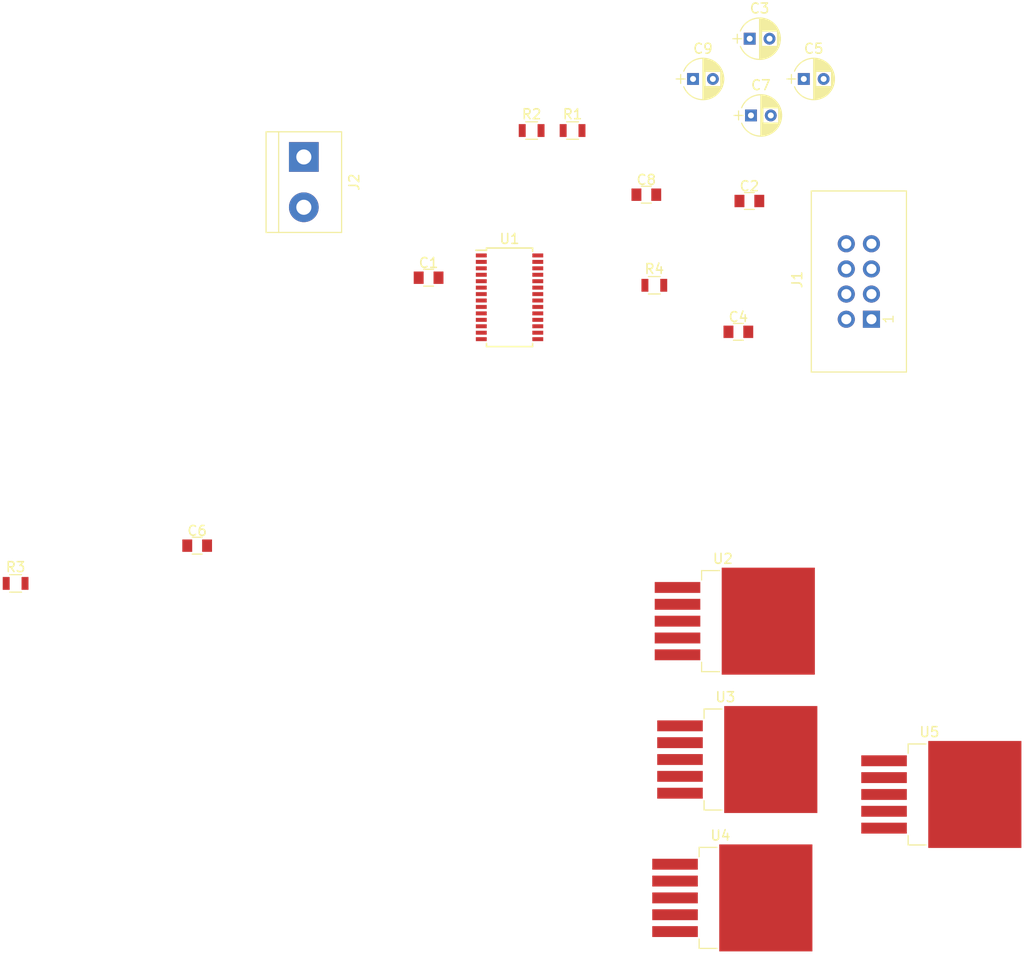
<source format=kicad_pcb>
(kicad_pcb (version 4) (host pcbnew 4.0.6)

  (general
    (links 52)
    (no_connects 52)
    (area 0 0 0 0)
    (thickness 1.6)
    (drawings 0)
    (tracks 0)
    (zones 0)
    (modules 20)
    (nets 15)
  )

  (page A4)
  (layers
    (0 F.Cu signal)
    (31 B.Cu signal)
    (32 B.Adhes user)
    (33 F.Adhes user)
    (34 B.Paste user)
    (35 F.Paste user)
    (36 B.SilkS user)
    (37 F.SilkS user)
    (38 B.Mask user)
    (39 F.Mask user)
    (40 Dwgs.User user)
    (41 Cmts.User user)
    (42 Eco1.User user)
    (43 Eco2.User user)
    (44 Edge.Cuts user)
    (45 Margin user)
    (46 B.CrtYd user)
    (47 F.CrtYd user)
    (48 B.Fab user)
    (49 F.Fab user)
  )

  (setup
    (last_trace_width 0.25)
    (trace_clearance 0.2)
    (zone_clearance 0.508)
    (zone_45_only no)
    (trace_min 0.2)
    (segment_width 0.2)
    (edge_width 0.15)
    (via_size 0.6)
    (via_drill 0.4)
    (via_min_size 0.4)
    (via_min_drill 0.3)
    (uvia_size 0.3)
    (uvia_drill 0.1)
    (uvias_allowed no)
    (uvia_min_size 0.2)
    (uvia_min_drill 0.1)
    (pcb_text_width 0.3)
    (pcb_text_size 1.5 1.5)
    (mod_edge_width 0.15)
    (mod_text_size 1 1)
    (mod_text_width 0.15)
    (pad_size 1.524 1.524)
    (pad_drill 0.762)
    (pad_to_mask_clearance 0.2)
    (aux_axis_origin 0 0)
    (visible_elements FFFFFF7F)
    (pcbplotparams
      (layerselection 0x00030_80000001)
      (usegerberextensions false)
      (excludeedgelayer true)
      (linewidth 0.150000)
      (plotframeref false)
      (viasonmask false)
      (mode 1)
      (useauxorigin false)
      (hpglpennumber 1)
      (hpglpenspeed 20)
      (hpglpendiameter 15)
      (hpglpenoverlay 2)
      (psnegative false)
      (psa4output false)
      (plotreference true)
      (plotvalue true)
      (plotinvisibletext false)
      (padsonsilk false)
      (subtractmaskfromsilk false)
      (outputformat 1)
      (mirror false)
      (drillshape 1)
      (scaleselection 1)
      (outputdirectory ""))
  )

  (net 0 "")
  (net 1 +5V)
  (net 2 GND)
  (net 3 VLED)
  (net 4 N$1)
  (net 5 N$3)
  (net 6 N$2)
  (net 7 N$4)
  (net 8 CTRL1)
  (net 9 CTRL2)
  (net 10 N$5)
  (net 11 N$6)
  (net 12 CTRL3)
  (net 13 N$7)
  (net 14 N$8)

  (net_class Default "This is the default net class."
    (clearance 0.2)
    (trace_width 0.25)
    (via_dia 0.6)
    (via_drill 0.4)
    (uvia_dia 0.3)
    (uvia_drill 0.1)
    (add_net +5V)
    (add_net CTRL1)
    (add_net CTRL2)
    (add_net CTRL3)
    (add_net GND)
    (add_net N$1)
    (add_net N$2)
    (add_net N$3)
    (add_net N$4)
    (add_net N$5)
    (add_net N$6)
    (add_net N$7)
    (add_net N$8)
    (add_net VLED)
  )

  (module Capacitors_SMD:C_0805 (layer F.Cu) (tedit 58AA8463) (tstamp 58E8C835)
    (at 128.032 102.489)
    (descr "Capacitor SMD 0805, reflow soldering, AVX (see smccp.pdf)")
    (tags "capacitor 0805")
    (attr smd)
    (fp_text reference C1 (at 0 -1.5) (layer F.SilkS)
      (effects (font (size 1 1) (thickness 0.15)))
    )
    (fp_text value 100n (at 0 1.75) (layer F.Fab)
      (effects (font (size 1 1) (thickness 0.15)))
    )
    (fp_text user %R (at 0 -1.5) (layer F.Fab)
      (effects (font (size 1 1) (thickness 0.15)))
    )
    (fp_line (start -1 0.62) (end -1 -0.62) (layer F.Fab) (width 0.1))
    (fp_line (start 1 0.62) (end -1 0.62) (layer F.Fab) (width 0.1))
    (fp_line (start 1 -0.62) (end 1 0.62) (layer F.Fab) (width 0.1))
    (fp_line (start -1 -0.62) (end 1 -0.62) (layer F.Fab) (width 0.1))
    (fp_line (start 0.5 -0.85) (end -0.5 -0.85) (layer F.SilkS) (width 0.12))
    (fp_line (start -0.5 0.85) (end 0.5 0.85) (layer F.SilkS) (width 0.12))
    (fp_line (start -1.75 -0.88) (end 1.75 -0.88) (layer F.CrtYd) (width 0.05))
    (fp_line (start -1.75 -0.88) (end -1.75 0.87) (layer F.CrtYd) (width 0.05))
    (fp_line (start 1.75 0.87) (end 1.75 -0.88) (layer F.CrtYd) (width 0.05))
    (fp_line (start 1.75 0.87) (end -1.75 0.87) (layer F.CrtYd) (width 0.05))
    (pad 1 smd rect (at -1 0) (size 1 1.25) (layers F.Cu F.Paste F.Mask)
      (net 1 +5V))
    (pad 2 smd rect (at 1 0) (size 1 1.25) (layers F.Cu F.Paste F.Mask)
      (net 2 GND))
    (model Capacitors_SMD.3dshapes/C_0805.wrl
      (at (xyz 0 0 0))
      (scale (xyz 1 1 1))
      (rotate (xyz 0 0 0))
    )
  )

  (module Resistors_SMD:R_0805 (layer F.Cu) (tedit 58E0A804) (tstamp 58E8C9D4)
    (at 142.56 87.63)
    (descr "Resistor SMD 0805, reflow soldering, Vishay (see dcrcw.pdf)")
    (tags "resistor 0805")
    (attr smd)
    (fp_text reference R1 (at 0 -1.65) (layer F.SilkS)
      (effects (font (size 1 1) (thickness 0.15)))
    )
    (fp_text value 1K (at 0 1.75) (layer F.Fab)
      (effects (font (size 1 1) (thickness 0.15)))
    )
    (fp_text user %R (at 0 0) (layer F.Fab)
      (effects (font (size 0.5 0.5) (thickness 0.075)))
    )
    (fp_line (start -1 0.62) (end -1 -0.62) (layer F.Fab) (width 0.1))
    (fp_line (start 1 0.62) (end -1 0.62) (layer F.Fab) (width 0.1))
    (fp_line (start 1 -0.62) (end 1 0.62) (layer F.Fab) (width 0.1))
    (fp_line (start -1 -0.62) (end 1 -0.62) (layer F.Fab) (width 0.1))
    (fp_line (start 0.6 0.88) (end -0.6 0.88) (layer F.SilkS) (width 0.12))
    (fp_line (start -0.6 -0.88) (end 0.6 -0.88) (layer F.SilkS) (width 0.12))
    (fp_line (start -1.55 -0.9) (end 1.55 -0.9) (layer F.CrtYd) (width 0.05))
    (fp_line (start -1.55 -0.9) (end -1.55 0.9) (layer F.CrtYd) (width 0.05))
    (fp_line (start 1.55 0.9) (end 1.55 -0.9) (layer F.CrtYd) (width 0.05))
    (fp_line (start 1.55 0.9) (end -1.55 0.9) (layer F.CrtYd) (width 0.05))
    (pad 1 smd rect (at -0.95 0) (size 0.7 1.3) (layers F.Cu F.Paste F.Mask)
      (net 6 N$2))
    (pad 2 smd rect (at 0.95 0) (size 0.7 1.3) (layers F.Cu F.Paste F.Mask)
      (net 2 GND))
    (model ${KISYS3DMOD}/Resistors_SMD.3dshapes/R_0805.wrl
      (at (xyz 0 0 0))
      (scale (xyz 1 1 1))
      (rotate (xyz 0 0 0))
    )
  )

  (module Resistors_SMD:R_0805 (layer F.Cu) (tedit 58E0A804) (tstamp 58E8C9E5)
    (at 138.43 87.63)
    (descr "Resistor SMD 0805, reflow soldering, Vishay (see dcrcw.pdf)")
    (tags "resistor 0805")
    (attr smd)
    (fp_text reference R2 (at 0 -1.65) (layer F.SilkS)
      (effects (font (size 1 1) (thickness 0.15)))
    )
    (fp_text value 1K (at 0 1.75) (layer F.Fab)
      (effects (font (size 1 1) (thickness 0.15)))
    )
    (fp_text user %R (at 0 0) (layer F.Fab)
      (effects (font (size 0.5 0.5) (thickness 0.075)))
    )
    (fp_line (start -1 0.62) (end -1 -0.62) (layer F.Fab) (width 0.1))
    (fp_line (start 1 0.62) (end -1 0.62) (layer F.Fab) (width 0.1))
    (fp_line (start 1 -0.62) (end 1 0.62) (layer F.Fab) (width 0.1))
    (fp_line (start -1 -0.62) (end 1 -0.62) (layer F.Fab) (width 0.1))
    (fp_line (start 0.6 0.88) (end -0.6 0.88) (layer F.SilkS) (width 0.12))
    (fp_line (start -0.6 -0.88) (end 0.6 -0.88) (layer F.SilkS) (width 0.12))
    (fp_line (start -1.55 -0.9) (end 1.55 -0.9) (layer F.CrtYd) (width 0.05))
    (fp_line (start -1.55 -0.9) (end -1.55 0.9) (layer F.CrtYd) (width 0.05))
    (fp_line (start 1.55 0.9) (end 1.55 -0.9) (layer F.CrtYd) (width 0.05))
    (fp_line (start 1.55 0.9) (end -1.55 0.9) (layer F.CrtYd) (width 0.05))
    (pad 1 smd rect (at -0.95 0) (size 0.7 1.3) (layers F.Cu F.Paste F.Mask)
      (net 7 N$4))
    (pad 2 smd rect (at 0.95 0) (size 0.7 1.3) (layers F.Cu F.Paste F.Mask)
      (net 2 GND))
    (model ${KISYS3DMOD}/Resistors_SMD.3dshapes/R_0805.wrl
      (at (xyz 0 0 0))
      (scale (xyz 1 1 1))
      (rotate (xyz 0 0 0))
    )
  )

  (module Housings_SSOP:TSSOP-28_4.4x9.7mm_Pitch0.65mm (layer F.Cu) (tedit 54130A77) (tstamp 58E8CA26)
    (at 136.2 104.465)
    (descr "TSSOP28: plastic thin shrink small outline package; 28 leads; body width 4.4 mm; (see NXP SSOP-TSSOP-VSO-REFLOW.pdf and sot361-1_po.pdf)")
    (tags "SSOP 0.65")
    (attr smd)
    (fp_text reference U1 (at 0 -5.9) (layer F.SilkS)
      (effects (font (size 1 1) (thickness 0.15)))
    )
    (fp_text value PCA9685PW (at 0 5.9) (layer F.Fab)
      (effects (font (size 1 1) (thickness 0.15)))
    )
    (fp_line (start -1.2 -4.85) (end 2.2 -4.85) (layer F.Fab) (width 0.15))
    (fp_line (start 2.2 -4.85) (end 2.2 4.85) (layer F.Fab) (width 0.15))
    (fp_line (start 2.2 4.85) (end -2.2 4.85) (layer F.Fab) (width 0.15))
    (fp_line (start -2.2 4.85) (end -2.2 -3.85) (layer F.Fab) (width 0.15))
    (fp_line (start -2.2 -3.85) (end -1.2 -4.85) (layer F.Fab) (width 0.15))
    (fp_line (start -3.65 -5.15) (end -3.65 5.15) (layer F.CrtYd) (width 0.05))
    (fp_line (start 3.65 -5.15) (end 3.65 5.15) (layer F.CrtYd) (width 0.05))
    (fp_line (start -3.65 -5.15) (end 3.65 -5.15) (layer F.CrtYd) (width 0.05))
    (fp_line (start -3.65 5.15) (end 3.65 5.15) (layer F.CrtYd) (width 0.05))
    (fp_line (start -2.325 -4.975) (end -2.325 -4.75) (layer F.SilkS) (width 0.15))
    (fp_line (start 2.325 -4.975) (end 2.325 -4.65) (layer F.SilkS) (width 0.15))
    (fp_line (start 2.325 4.975) (end 2.325 4.65) (layer F.SilkS) (width 0.15))
    (fp_line (start -2.325 4.975) (end -2.325 4.65) (layer F.SilkS) (width 0.15))
    (fp_line (start -2.325 -4.975) (end 2.325 -4.975) (layer F.SilkS) (width 0.15))
    (fp_line (start -2.325 4.975) (end 2.325 4.975) (layer F.SilkS) (width 0.15))
    (fp_line (start -2.325 -4.75) (end -3.4 -4.75) (layer F.SilkS) (width 0.15))
    (pad 1 smd rect (at -2.85 -4.225) (size 1.1 0.4) (layers F.Cu F.Paste F.Mask))
    (pad 2 smd rect (at -2.85 -3.575) (size 1.1 0.4) (layers F.Cu F.Paste F.Mask))
    (pad 3 smd rect (at -2.85 -2.925) (size 1.1 0.4) (layers F.Cu F.Paste F.Mask))
    (pad 4 smd rect (at -2.85 -2.275) (size 1.1 0.4) (layers F.Cu F.Paste F.Mask))
    (pad 5 smd rect (at -2.85 -1.625) (size 1.1 0.4) (layers F.Cu F.Paste F.Mask))
    (pad 6 smd rect (at -2.85 -0.975) (size 1.1 0.4) (layers F.Cu F.Paste F.Mask)
      (net 8 CTRL1))
    (pad 7 smd rect (at -2.85 -0.325) (size 1.1 0.4) (layers F.Cu F.Paste F.Mask)
      (net 9 CTRL2))
    (pad 8 smd rect (at -2.85 0.325) (size 1.1 0.4) (layers F.Cu F.Paste F.Mask)
      (net 12 CTRL3))
    (pad 9 smd rect (at -2.85 0.975) (size 1.1 0.4) (layers F.Cu F.Paste F.Mask))
    (pad 10 smd rect (at -2.85 1.625) (size 1.1 0.4) (layers F.Cu F.Paste F.Mask))
    (pad 11 smd rect (at -2.85 2.275) (size 1.1 0.4) (layers F.Cu F.Paste F.Mask))
    (pad 12 smd rect (at -2.85 2.925) (size 1.1 0.4) (layers F.Cu F.Paste F.Mask))
    (pad 13 smd rect (at -2.85 3.575) (size 1.1 0.4) (layers F.Cu F.Paste F.Mask))
    (pad 14 smd rect (at -2.85 4.225) (size 1.1 0.4) (layers F.Cu F.Paste F.Mask)
      (net 2 GND))
    (pad 15 smd rect (at 2.85 4.225) (size 1.1 0.4) (layers F.Cu F.Paste F.Mask))
    (pad 16 smd rect (at 2.85 3.575) (size 1.1 0.4) (layers F.Cu F.Paste F.Mask))
    (pad 17 smd rect (at 2.85 2.925) (size 1.1 0.4) (layers F.Cu F.Paste F.Mask))
    (pad 18 smd rect (at 2.85 2.275) (size 1.1 0.4) (layers F.Cu F.Paste F.Mask))
    (pad 19 smd rect (at 2.85 1.625) (size 1.1 0.4) (layers F.Cu F.Paste F.Mask))
    (pad 20 smd rect (at 2.85 0.975) (size 1.1 0.4) (layers F.Cu F.Paste F.Mask))
    (pad 21 smd rect (at 2.85 0.325) (size 1.1 0.4) (layers F.Cu F.Paste F.Mask))
    (pad 22 smd rect (at 2.85 -0.325) (size 1.1 0.4) (layers F.Cu F.Paste F.Mask))
    (pad 23 smd rect (at 2.85 -0.975) (size 1.1 0.4) (layers F.Cu F.Paste F.Mask)
      (net 2 GND))
    (pad 24 smd rect (at 2.85 -1.625) (size 1.1 0.4) (layers F.Cu F.Paste F.Mask))
    (pad 25 smd rect (at 2.85 -2.275) (size 1.1 0.4) (layers F.Cu F.Paste F.Mask))
    (pad 26 smd rect (at 2.85 -2.925) (size 1.1 0.4) (layers F.Cu F.Paste F.Mask))
    (pad 27 smd rect (at 2.85 -3.575) (size 1.1 0.4) (layers F.Cu F.Paste F.Mask))
    (pad 28 smd rect (at 2.85 -4.225) (size 1.1 0.4) (layers F.Cu F.Paste F.Mask)
      (net 1 +5V))
    (model Housings_SSOP.3dshapes/TSSOP-28_4.4x9.7mm_Pitch0.65mm.wrl
      (at (xyz 0 0 0))
      (scale (xyz 1 1 1))
      (rotate (xyz 0 0 0))
    )
  )

  (module TO_SOT_Packages_SMD:TO-263-5Lead (layer F.Cu) (tedit 58CE4E80) (tstamp 58E8CA40)
    (at 157.73 137.16)
    (descr "D2PAK / TO-263 3-lead smd package")
    (tags "D2PAK D2PAK-3 TO-263AB TO-263")
    (attr smd)
    (fp_text reference U2 (at 0 -6.3 180) (layer F.SilkS)
      (effects (font (size 1 1) (thickness 0.15)))
    )
    (fp_text value MBI1801 (at 0 6.45 180) (layer F.Fab)
      (effects (font (size 1 1) (thickness 0.15)))
    )
    (fp_text user %R (at 3.05 0) (layer F.Fab)
      (effects (font (size 1 1) (thickness 0.15)))
    )
    (fp_line (start -2.15 -5.1) (end -2.15 -4.15) (layer F.SilkS) (width 0.12))
    (fp_line (start -2.15 5.1) (end -2.15 4.15) (layer F.SilkS) (width 0.12))
    (fp_line (start 9.52 5.65) (end -7.12 5.65) (layer F.CrtYd) (width 0.05))
    (fp_line (start 9.52 -5.65) (end 9.52 5.65) (layer F.CrtYd) (width 0.05))
    (fp_line (start 9.52 -5.65) (end -7.12 -5.65) (layer F.CrtYd) (width 0.05))
    (fp_line (start -7.12 -5.65) (end -7.12 5.65) (layer F.CrtYd) (width 0.05))
    (fp_line (start -2.15 5.1) (end -0.35 5.1) (layer F.SilkS) (width 0.12))
    (fp_line (start -0.35 -5.1) (end -2.15 -5.1) (layer F.SilkS) (width 0.12))
    (fp_line (start 6.95 5) (end 8.15 5) (layer F.Fab) (width 0.1))
    (fp_line (start 8.15 5) (end 8.15 -5) (layer F.Fab) (width 0.1))
    (fp_line (start 8.15 -5) (end 6.95 -5) (layer F.Fab) (width 0.1))
    (fp_line (start -2.05 -5) (end -2.05 5) (layer F.Fab) (width 0.1))
    (fp_line (start -2.05 5) (end 6.95 5) (layer F.Fab) (width 0.1))
    (fp_line (start 6.95 5) (end 6.95 -5) (layer F.Fab) (width 0.1))
    (fp_line (start 6.95 -5) (end -2.05 -5) (layer F.Fab) (width 0.1))
    (pad 5 smd rect (at -4.58 3.4) (size 4.6 1.1) (layers F.Cu F.Paste F.Mask)
      (net 4 N$1))
    (pad 4 smd rect (at -4.58 1.7) (size 4.6 1.1) (layers F.Cu F.Paste F.Mask)
      (net 6 N$2))
    (pad 2 smd rect (at -4.58 -1.7) (size 4.6 1.1) (layers F.Cu F.Paste F.Mask)
      (net 1 +5V))
    (pad 3 smd rect (at 4.58 0) (size 9.4 10.8) (layers F.Cu F.Paste F.Mask)
      (net 2 GND))
    (pad 3 smd rect (at -4.58 0) (size 4.6 1.1) (layers F.Cu F.Paste F.Mask)
      (net 2 GND))
    (pad 1 smd rect (at -4.58 -3.4) (size 4.6 1.1) (layers F.Cu F.Paste F.Mask)
      (net 8 CTRL1))
    (model ${KISYS3DMOD}/TO_SOT_Packages_SMD.3dshapes/TO-263-5Lead.wrl
      (at (xyz -0.18 0 0))
      (scale (xyz 1 1 1))
      (rotate (xyz 0 0 90))
    )
  )

  (module TO_SOT_Packages_SMD:TO-263-5Lead (layer F.Cu) (tedit 58CE4E80) (tstamp 58E8CA5A)
    (at 157.98 151.13)
    (descr "D2PAK / TO-263 3-lead smd package")
    (tags "D2PAK D2PAK-3 TO-263AB TO-263")
    (attr smd)
    (fp_text reference U3 (at 0 -6.3 180) (layer F.SilkS)
      (effects (font (size 1 1) (thickness 0.15)))
    )
    (fp_text value MBI1801 (at 0 6.45 180) (layer F.Fab)
      (effects (font (size 1 1) (thickness 0.15)))
    )
    (fp_text user %R (at 3.05 0) (layer F.Fab)
      (effects (font (size 1 1) (thickness 0.15)))
    )
    (fp_line (start -2.15 -5.1) (end -2.15 -4.15) (layer F.SilkS) (width 0.12))
    (fp_line (start -2.15 5.1) (end -2.15 4.15) (layer F.SilkS) (width 0.12))
    (fp_line (start 9.52 5.65) (end -7.12 5.65) (layer F.CrtYd) (width 0.05))
    (fp_line (start 9.52 -5.65) (end 9.52 5.65) (layer F.CrtYd) (width 0.05))
    (fp_line (start 9.52 -5.65) (end -7.12 -5.65) (layer F.CrtYd) (width 0.05))
    (fp_line (start -7.12 -5.65) (end -7.12 5.65) (layer F.CrtYd) (width 0.05))
    (fp_line (start -2.15 5.1) (end -0.35 5.1) (layer F.SilkS) (width 0.12))
    (fp_line (start -0.35 -5.1) (end -2.15 -5.1) (layer F.SilkS) (width 0.12))
    (fp_line (start 6.95 5) (end 8.15 5) (layer F.Fab) (width 0.1))
    (fp_line (start 8.15 5) (end 8.15 -5) (layer F.Fab) (width 0.1))
    (fp_line (start 8.15 -5) (end 6.95 -5) (layer F.Fab) (width 0.1))
    (fp_line (start -2.05 -5) (end -2.05 5) (layer F.Fab) (width 0.1))
    (fp_line (start -2.05 5) (end 6.95 5) (layer F.Fab) (width 0.1))
    (fp_line (start 6.95 5) (end 6.95 -5) (layer F.Fab) (width 0.1))
    (fp_line (start 6.95 -5) (end -2.05 -5) (layer F.Fab) (width 0.1))
    (pad 5 smd rect (at -4.58 3.4) (size 4.6 1.1) (layers F.Cu F.Paste F.Mask)
      (net 5 N$3))
    (pad 4 smd rect (at -4.58 1.7) (size 4.6 1.1) (layers F.Cu F.Paste F.Mask)
      (net 7 N$4))
    (pad 2 smd rect (at -4.58 -1.7) (size 4.6 1.1) (layers F.Cu F.Paste F.Mask)
      (net 1 +5V))
    (pad 3 smd rect (at 4.58 0) (size 9.4 10.8) (layers F.Cu F.Paste F.Mask)
      (net 2 GND))
    (pad 3 smd rect (at -4.58 0) (size 4.6 1.1) (layers F.Cu F.Paste F.Mask)
      (net 2 GND))
    (pad 1 smd rect (at -4.58 -3.4) (size 4.6 1.1) (layers F.Cu F.Paste F.Mask)
      (net 9 CTRL2))
    (model ${KISYS3DMOD}/TO_SOT_Packages_SMD.3dshapes/TO-263-5Lead.wrl
      (at (xyz -0.18 0 0))
      (scale (xyz 1 1 1))
      (rotate (xyz 0 0 90))
    )
  )

  (module Resistors_SMD:R_0805 (layer F.Cu) (tedit 58E0A804) (tstamp 58E8CB72)
    (at 86.36 133.35)
    (descr "Resistor SMD 0805, reflow soldering, Vishay (see dcrcw.pdf)")
    (tags "resistor 0805")
    (attr smd)
    (fp_text reference R3 (at 0 -1.65) (layer F.SilkS)
      (effects (font (size 1 1) (thickness 0.15)))
    )
    (fp_text value 1K (at 0 1.75) (layer F.Fab)
      (effects (font (size 1 1) (thickness 0.15)))
    )
    (fp_text user %R (at 0 0) (layer F.Fab)
      (effects (font (size 0.5 0.5) (thickness 0.075)))
    )
    (fp_line (start -1 0.62) (end -1 -0.62) (layer F.Fab) (width 0.1))
    (fp_line (start 1 0.62) (end -1 0.62) (layer F.Fab) (width 0.1))
    (fp_line (start 1 -0.62) (end 1 0.62) (layer F.Fab) (width 0.1))
    (fp_line (start -1 -0.62) (end 1 -0.62) (layer F.Fab) (width 0.1))
    (fp_line (start 0.6 0.88) (end -0.6 0.88) (layer F.SilkS) (width 0.12))
    (fp_line (start -0.6 -0.88) (end 0.6 -0.88) (layer F.SilkS) (width 0.12))
    (fp_line (start -1.55 -0.9) (end 1.55 -0.9) (layer F.CrtYd) (width 0.05))
    (fp_line (start -1.55 -0.9) (end -1.55 0.9) (layer F.CrtYd) (width 0.05))
    (fp_line (start 1.55 0.9) (end 1.55 -0.9) (layer F.CrtYd) (width 0.05))
    (fp_line (start 1.55 0.9) (end -1.55 0.9) (layer F.CrtYd) (width 0.05))
    (pad 1 smd rect (at -0.95 0) (size 0.7 1.3) (layers F.Cu F.Paste F.Mask)
      (net 11 N$6))
    (pad 2 smd rect (at 0.95 0) (size 0.7 1.3) (layers F.Cu F.Paste F.Mask)
      (net 2 GND))
    (model ${KISYS3DMOD}/Resistors_SMD.3dshapes/R_0805.wrl
      (at (xyz 0 0 0))
      (scale (xyz 1 1 1))
      (rotate (xyz 0 0 0))
    )
  )

  (module TO_SOT_Packages_SMD:TO-263-5Lead (layer F.Cu) (tedit 58CE4E80) (tstamp 58E8CB8C)
    (at 157.48 165.1)
    (descr "D2PAK / TO-263 3-lead smd package")
    (tags "D2PAK D2PAK-3 TO-263AB TO-263")
    (attr smd)
    (fp_text reference U4 (at 0 -6.3 180) (layer F.SilkS)
      (effects (font (size 1 1) (thickness 0.15)))
    )
    (fp_text value MBI1801 (at 0 6.45 180) (layer F.Fab)
      (effects (font (size 1 1) (thickness 0.15)))
    )
    (fp_text user %R (at 3.05 0) (layer F.Fab)
      (effects (font (size 1 1) (thickness 0.15)))
    )
    (fp_line (start -2.15 -5.1) (end -2.15 -4.15) (layer F.SilkS) (width 0.12))
    (fp_line (start -2.15 5.1) (end -2.15 4.15) (layer F.SilkS) (width 0.12))
    (fp_line (start 9.52 5.65) (end -7.12 5.65) (layer F.CrtYd) (width 0.05))
    (fp_line (start 9.52 -5.65) (end 9.52 5.65) (layer F.CrtYd) (width 0.05))
    (fp_line (start 9.52 -5.65) (end -7.12 -5.65) (layer F.CrtYd) (width 0.05))
    (fp_line (start -7.12 -5.65) (end -7.12 5.65) (layer F.CrtYd) (width 0.05))
    (fp_line (start -2.15 5.1) (end -0.35 5.1) (layer F.SilkS) (width 0.12))
    (fp_line (start -0.35 -5.1) (end -2.15 -5.1) (layer F.SilkS) (width 0.12))
    (fp_line (start 6.95 5) (end 8.15 5) (layer F.Fab) (width 0.1))
    (fp_line (start 8.15 5) (end 8.15 -5) (layer F.Fab) (width 0.1))
    (fp_line (start 8.15 -5) (end 6.95 -5) (layer F.Fab) (width 0.1))
    (fp_line (start -2.05 -5) (end -2.05 5) (layer F.Fab) (width 0.1))
    (fp_line (start -2.05 5) (end 6.95 5) (layer F.Fab) (width 0.1))
    (fp_line (start 6.95 5) (end 6.95 -5) (layer F.Fab) (width 0.1))
    (fp_line (start 6.95 -5) (end -2.05 -5) (layer F.Fab) (width 0.1))
    (pad 5 smd rect (at -4.58 3.4) (size 4.6 1.1) (layers F.Cu F.Paste F.Mask)
      (net 10 N$5))
    (pad 4 smd rect (at -4.58 1.7) (size 4.6 1.1) (layers F.Cu F.Paste F.Mask)
      (net 11 N$6))
    (pad 2 smd rect (at -4.58 -1.7) (size 4.6 1.1) (layers F.Cu F.Paste F.Mask)
      (net 1 +5V))
    (pad 3 smd rect (at 4.58 0) (size 9.4 10.8) (layers F.Cu F.Paste F.Mask)
      (net 2 GND))
    (pad 3 smd rect (at -4.58 0) (size 4.6 1.1) (layers F.Cu F.Paste F.Mask)
      (net 2 GND))
    (pad 1 smd rect (at -4.58 -3.4) (size 4.6 1.1) (layers F.Cu F.Paste F.Mask)
      (net 12 CTRL3))
    (model ${KISYS3DMOD}/TO_SOT_Packages_SMD.3dshapes/TO-263-5Lead.wrl
      (at (xyz -0.18 0 0))
      (scale (xyz 1 1 1))
      (rotate (xyz 0 0 90))
    )
  )

  (module Capacitors_THT:CP_Radial_D4.0mm_P2.00mm (layer F.Cu) (tedit 58765D06) (tstamp 58E8DFE6)
    (at 160.56 86.106)
    (descr "CP, Radial series, Radial, pin pitch=2.00mm, , diameter=4mm, Electrolytic Capacitor")
    (tags "CP Radial series Radial pin pitch 2.00mm  diameter 4mm Electrolytic Capacitor")
    (fp_text reference C7 (at 1 -3.06) (layer F.SilkS)
      (effects (font (size 1 1) (thickness 0.15)))
    )
    (fp_text value 100n (at 1 3.06) (layer F.Fab)
      (effects (font (size 1 1) (thickness 0.15)))
    )
    (fp_arc (start 1 0) (end -0.938995 -0.78) (angle 136.2) (layer F.SilkS) (width 0.12))
    (fp_arc (start 1 0) (end -0.938995 0.78) (angle -136.2) (layer F.SilkS) (width 0.12))
    (fp_arc (start 1 0) (end 2.938995 -0.78) (angle 43.8) (layer F.SilkS) (width 0.12))
    (fp_circle (center 1 0) (end 3 0) (layer F.Fab) (width 0.1))
    (fp_line (start -1.7 0) (end -0.8 0) (layer F.Fab) (width 0.1))
    (fp_line (start -1.25 -0.45) (end -1.25 0.45) (layer F.Fab) (width 0.1))
    (fp_line (start 1 -2.05) (end 1 2.05) (layer F.SilkS) (width 0.12))
    (fp_line (start 1.04 -2.05) (end 1.04 2.05) (layer F.SilkS) (width 0.12))
    (fp_line (start 1.08 -2.049) (end 1.08 2.049) (layer F.SilkS) (width 0.12))
    (fp_line (start 1.12 -2.047) (end 1.12 2.047) (layer F.SilkS) (width 0.12))
    (fp_line (start 1.16 -2.044) (end 1.16 2.044) (layer F.SilkS) (width 0.12))
    (fp_line (start 1.2 -2.041) (end 1.2 2.041) (layer F.SilkS) (width 0.12))
    (fp_line (start 1.24 -2.037) (end 1.24 -0.78) (layer F.SilkS) (width 0.12))
    (fp_line (start 1.24 0.78) (end 1.24 2.037) (layer F.SilkS) (width 0.12))
    (fp_line (start 1.28 -2.032) (end 1.28 -0.78) (layer F.SilkS) (width 0.12))
    (fp_line (start 1.28 0.78) (end 1.28 2.032) (layer F.SilkS) (width 0.12))
    (fp_line (start 1.32 -2.026) (end 1.32 -0.78) (layer F.SilkS) (width 0.12))
    (fp_line (start 1.32 0.78) (end 1.32 2.026) (layer F.SilkS) (width 0.12))
    (fp_line (start 1.36 -2.019) (end 1.36 -0.78) (layer F.SilkS) (width 0.12))
    (fp_line (start 1.36 0.78) (end 1.36 2.019) (layer F.SilkS) (width 0.12))
    (fp_line (start 1.4 -2.012) (end 1.4 -0.78) (layer F.SilkS) (width 0.12))
    (fp_line (start 1.4 0.78) (end 1.4 2.012) (layer F.SilkS) (width 0.12))
    (fp_line (start 1.44 -2.004) (end 1.44 -0.78) (layer F.SilkS) (width 0.12))
    (fp_line (start 1.44 0.78) (end 1.44 2.004) (layer F.SilkS) (width 0.12))
    (fp_line (start 1.48 -1.995) (end 1.48 -0.78) (layer F.SilkS) (width 0.12))
    (fp_line (start 1.48 0.78) (end 1.48 1.995) (layer F.SilkS) (width 0.12))
    (fp_line (start 1.52 -1.985) (end 1.52 -0.78) (layer F.SilkS) (width 0.12))
    (fp_line (start 1.52 0.78) (end 1.52 1.985) (layer F.SilkS) (width 0.12))
    (fp_line (start 1.56 -1.974) (end 1.56 -0.78) (layer F.SilkS) (width 0.12))
    (fp_line (start 1.56 0.78) (end 1.56 1.974) (layer F.SilkS) (width 0.12))
    (fp_line (start 1.6 -1.963) (end 1.6 -0.78) (layer F.SilkS) (width 0.12))
    (fp_line (start 1.6 0.78) (end 1.6 1.963) (layer F.SilkS) (width 0.12))
    (fp_line (start 1.64 -1.95) (end 1.64 -0.78) (layer F.SilkS) (width 0.12))
    (fp_line (start 1.64 0.78) (end 1.64 1.95) (layer F.SilkS) (width 0.12))
    (fp_line (start 1.68 -1.937) (end 1.68 -0.78) (layer F.SilkS) (width 0.12))
    (fp_line (start 1.68 0.78) (end 1.68 1.937) (layer F.SilkS) (width 0.12))
    (fp_line (start 1.721 -1.923) (end 1.721 -0.78) (layer F.SilkS) (width 0.12))
    (fp_line (start 1.721 0.78) (end 1.721 1.923) (layer F.SilkS) (width 0.12))
    (fp_line (start 1.761 -1.907) (end 1.761 -0.78) (layer F.SilkS) (width 0.12))
    (fp_line (start 1.761 0.78) (end 1.761 1.907) (layer F.SilkS) (width 0.12))
    (fp_line (start 1.801 -1.891) (end 1.801 -0.78) (layer F.SilkS) (width 0.12))
    (fp_line (start 1.801 0.78) (end 1.801 1.891) (layer F.SilkS) (width 0.12))
    (fp_line (start 1.841 -1.874) (end 1.841 -0.78) (layer F.SilkS) (width 0.12))
    (fp_line (start 1.841 0.78) (end 1.841 1.874) (layer F.SilkS) (width 0.12))
    (fp_line (start 1.881 -1.856) (end 1.881 -0.78) (layer F.SilkS) (width 0.12))
    (fp_line (start 1.881 0.78) (end 1.881 1.856) (layer F.SilkS) (width 0.12))
    (fp_line (start 1.921 -1.837) (end 1.921 -0.78) (layer F.SilkS) (width 0.12))
    (fp_line (start 1.921 0.78) (end 1.921 1.837) (layer F.SilkS) (width 0.12))
    (fp_line (start 1.961 -1.817) (end 1.961 -0.78) (layer F.SilkS) (width 0.12))
    (fp_line (start 1.961 0.78) (end 1.961 1.817) (layer F.SilkS) (width 0.12))
    (fp_line (start 2.001 -1.796) (end 2.001 -0.78) (layer F.SilkS) (width 0.12))
    (fp_line (start 2.001 0.78) (end 2.001 1.796) (layer F.SilkS) (width 0.12))
    (fp_line (start 2.041 -1.773) (end 2.041 -0.78) (layer F.SilkS) (width 0.12))
    (fp_line (start 2.041 0.78) (end 2.041 1.773) (layer F.SilkS) (width 0.12))
    (fp_line (start 2.081 -1.75) (end 2.081 -0.78) (layer F.SilkS) (width 0.12))
    (fp_line (start 2.081 0.78) (end 2.081 1.75) (layer F.SilkS) (width 0.12))
    (fp_line (start 2.121 -1.725) (end 2.121 -0.78) (layer F.SilkS) (width 0.12))
    (fp_line (start 2.121 0.78) (end 2.121 1.725) (layer F.SilkS) (width 0.12))
    (fp_line (start 2.161 -1.699) (end 2.161 -0.78) (layer F.SilkS) (width 0.12))
    (fp_line (start 2.161 0.78) (end 2.161 1.699) (layer F.SilkS) (width 0.12))
    (fp_line (start 2.201 -1.672) (end 2.201 -0.78) (layer F.SilkS) (width 0.12))
    (fp_line (start 2.201 0.78) (end 2.201 1.672) (layer F.SilkS) (width 0.12))
    (fp_line (start 2.241 -1.643) (end 2.241 -0.78) (layer F.SilkS) (width 0.12))
    (fp_line (start 2.241 0.78) (end 2.241 1.643) (layer F.SilkS) (width 0.12))
    (fp_line (start 2.281 -1.613) (end 2.281 -0.78) (layer F.SilkS) (width 0.12))
    (fp_line (start 2.281 0.78) (end 2.281 1.613) (layer F.SilkS) (width 0.12))
    (fp_line (start 2.321 -1.581) (end 2.321 -0.78) (layer F.SilkS) (width 0.12))
    (fp_line (start 2.321 0.78) (end 2.321 1.581) (layer F.SilkS) (width 0.12))
    (fp_line (start 2.361 -1.547) (end 2.361 -0.78) (layer F.SilkS) (width 0.12))
    (fp_line (start 2.361 0.78) (end 2.361 1.547) (layer F.SilkS) (width 0.12))
    (fp_line (start 2.401 -1.512) (end 2.401 -0.78) (layer F.SilkS) (width 0.12))
    (fp_line (start 2.401 0.78) (end 2.401 1.512) (layer F.SilkS) (width 0.12))
    (fp_line (start 2.441 -1.475) (end 2.441 -0.78) (layer F.SilkS) (width 0.12))
    (fp_line (start 2.441 0.78) (end 2.441 1.475) (layer F.SilkS) (width 0.12))
    (fp_line (start 2.481 -1.436) (end 2.481 -0.78) (layer F.SilkS) (width 0.12))
    (fp_line (start 2.481 0.78) (end 2.481 1.436) (layer F.SilkS) (width 0.12))
    (fp_line (start 2.521 -1.395) (end 2.521 -0.78) (layer F.SilkS) (width 0.12))
    (fp_line (start 2.521 0.78) (end 2.521 1.395) (layer F.SilkS) (width 0.12))
    (fp_line (start 2.561 -1.351) (end 2.561 -0.78) (layer F.SilkS) (width 0.12))
    (fp_line (start 2.561 0.78) (end 2.561 1.351) (layer F.SilkS) (width 0.12))
    (fp_line (start 2.601 -1.305) (end 2.601 -0.78) (layer F.SilkS) (width 0.12))
    (fp_line (start 2.601 0.78) (end 2.601 1.305) (layer F.SilkS) (width 0.12))
    (fp_line (start 2.641 -1.256) (end 2.641 -0.78) (layer F.SilkS) (width 0.12))
    (fp_line (start 2.641 0.78) (end 2.641 1.256) (layer F.SilkS) (width 0.12))
    (fp_line (start 2.681 -1.204) (end 2.681 -0.78) (layer F.SilkS) (width 0.12))
    (fp_line (start 2.681 0.78) (end 2.681 1.204) (layer F.SilkS) (width 0.12))
    (fp_line (start 2.721 -1.148) (end 2.721 -0.78) (layer F.SilkS) (width 0.12))
    (fp_line (start 2.721 0.78) (end 2.721 1.148) (layer F.SilkS) (width 0.12))
    (fp_line (start 2.761 -1.088) (end 2.761 -0.78) (layer F.SilkS) (width 0.12))
    (fp_line (start 2.761 0.78) (end 2.761 1.088) (layer F.SilkS) (width 0.12))
    (fp_line (start 2.801 -1.023) (end 2.801 1.023) (layer F.SilkS) (width 0.12))
    (fp_line (start 2.841 -0.952) (end 2.841 0.952) (layer F.SilkS) (width 0.12))
    (fp_line (start 2.881 -0.874) (end 2.881 0.874) (layer F.SilkS) (width 0.12))
    (fp_line (start 2.921 -0.786) (end 2.921 0.786) (layer F.SilkS) (width 0.12))
    (fp_line (start 2.961 -0.686) (end 2.961 0.686) (layer F.SilkS) (width 0.12))
    (fp_line (start 3.001 -0.567) (end 3.001 0.567) (layer F.SilkS) (width 0.12))
    (fp_line (start 3.041 -0.415) (end 3.041 0.415) (layer F.SilkS) (width 0.12))
    (fp_line (start 3.081 -0.165) (end 3.081 0.165) (layer F.SilkS) (width 0.12))
    (fp_line (start -1.7 0) (end -0.8 0) (layer F.SilkS) (width 0.12))
    (fp_line (start -1.25 -0.45) (end -1.25 0.45) (layer F.SilkS) (width 0.12))
    (fp_line (start -1.35 -2.35) (end -1.35 2.35) (layer F.CrtYd) (width 0.05))
    (fp_line (start -1.35 2.35) (end 3.35 2.35) (layer F.CrtYd) (width 0.05))
    (fp_line (start 3.35 2.35) (end 3.35 -2.35) (layer F.CrtYd) (width 0.05))
    (fp_line (start 3.35 -2.35) (end -1.35 -2.35) (layer F.CrtYd) (width 0.05))
    (pad 1 thru_hole rect (at 0 0) (size 1.2 1.2) (drill 0.6) (layers *.Cu *.Mask)
      (net 3 VLED))
    (pad 2 thru_hole circle (at 2 0) (size 1.2 1.2) (drill 0.6) (layers *.Cu *.Mask)
      (net 2 GND))
    (model Capacitors_THT.3dshapes/CP_Radial_D4.0mm_P2.00mm.wrl
      (at (xyz 0 0 0))
      (scale (xyz 0.393701 0.393701 0.393701))
      (rotate (xyz 0 0 0))
    )
  )

  (module Capacitors_SMD:C_0805 (layer F.Cu) (tedit 58AA8463) (tstamp 58E8E2F4)
    (at 160.401 94.742)
    (descr "Capacitor SMD 0805, reflow soldering, AVX (see smccp.pdf)")
    (tags "capacitor 0805")
    (attr smd)
    (fp_text reference C2 (at 0 -1.5) (layer F.SilkS)
      (effects (font (size 1 1) (thickness 0.15)))
    )
    (fp_text value 100n (at 0 1.75) (layer F.Fab)
      (effects (font (size 1 1) (thickness 0.15)))
    )
    (fp_text user %R (at 0 -1.5) (layer F.Fab)
      (effects (font (size 1 1) (thickness 0.15)))
    )
    (fp_line (start -1 0.62) (end -1 -0.62) (layer F.Fab) (width 0.1))
    (fp_line (start 1 0.62) (end -1 0.62) (layer F.Fab) (width 0.1))
    (fp_line (start 1 -0.62) (end 1 0.62) (layer F.Fab) (width 0.1))
    (fp_line (start -1 -0.62) (end 1 -0.62) (layer F.Fab) (width 0.1))
    (fp_line (start 0.5 -0.85) (end -0.5 -0.85) (layer F.SilkS) (width 0.12))
    (fp_line (start -0.5 0.85) (end 0.5 0.85) (layer F.SilkS) (width 0.12))
    (fp_line (start -1.75 -0.88) (end 1.75 -0.88) (layer F.CrtYd) (width 0.05))
    (fp_line (start -1.75 -0.88) (end -1.75 0.87) (layer F.CrtYd) (width 0.05))
    (fp_line (start 1.75 0.87) (end 1.75 -0.88) (layer F.CrtYd) (width 0.05))
    (fp_line (start 1.75 0.87) (end -1.75 0.87) (layer F.CrtYd) (width 0.05))
    (pad 1 smd rect (at -1 0) (size 1 1.25) (layers F.Cu F.Paste F.Mask)
      (net 1 +5V))
    (pad 2 smd rect (at 1 0) (size 1 1.25) (layers F.Cu F.Paste F.Mask)
      (net 2 GND))
    (model Capacitors_SMD.3dshapes/C_0805.wrl
      (at (xyz 0 0 0))
      (scale (xyz 1 1 1))
      (rotate (xyz 0 0 0))
    )
  )

  (module Capacitors_THT:CP_Radial_D4.0mm_P2.00mm (layer F.Cu) (tedit 58765D06) (tstamp 58E8E304)
    (at 160.433 78.359)
    (descr "CP, Radial series, Radial, pin pitch=2.00mm, , diameter=4mm, Electrolytic Capacitor")
    (tags "CP Radial series Radial pin pitch 2.00mm  diameter 4mm Electrolytic Capacitor")
    (fp_text reference C3 (at 1 -3.06) (layer F.SilkS)
      (effects (font (size 1 1) (thickness 0.15)))
    )
    (fp_text value 100n (at 1 3.06) (layer F.Fab)
      (effects (font (size 1 1) (thickness 0.15)))
    )
    (fp_arc (start 1 0) (end -0.938995 -0.78) (angle 136.2) (layer F.SilkS) (width 0.12))
    (fp_arc (start 1 0) (end -0.938995 0.78) (angle -136.2) (layer F.SilkS) (width 0.12))
    (fp_arc (start 1 0) (end 2.938995 -0.78) (angle 43.8) (layer F.SilkS) (width 0.12))
    (fp_circle (center 1 0) (end 3 0) (layer F.Fab) (width 0.1))
    (fp_line (start -1.7 0) (end -0.8 0) (layer F.Fab) (width 0.1))
    (fp_line (start -1.25 -0.45) (end -1.25 0.45) (layer F.Fab) (width 0.1))
    (fp_line (start 1 -2.05) (end 1 2.05) (layer F.SilkS) (width 0.12))
    (fp_line (start 1.04 -2.05) (end 1.04 2.05) (layer F.SilkS) (width 0.12))
    (fp_line (start 1.08 -2.049) (end 1.08 2.049) (layer F.SilkS) (width 0.12))
    (fp_line (start 1.12 -2.047) (end 1.12 2.047) (layer F.SilkS) (width 0.12))
    (fp_line (start 1.16 -2.044) (end 1.16 2.044) (layer F.SilkS) (width 0.12))
    (fp_line (start 1.2 -2.041) (end 1.2 2.041) (layer F.SilkS) (width 0.12))
    (fp_line (start 1.24 -2.037) (end 1.24 -0.78) (layer F.SilkS) (width 0.12))
    (fp_line (start 1.24 0.78) (end 1.24 2.037) (layer F.SilkS) (width 0.12))
    (fp_line (start 1.28 -2.032) (end 1.28 -0.78) (layer F.SilkS) (width 0.12))
    (fp_line (start 1.28 0.78) (end 1.28 2.032) (layer F.SilkS) (width 0.12))
    (fp_line (start 1.32 -2.026) (end 1.32 -0.78) (layer F.SilkS) (width 0.12))
    (fp_line (start 1.32 0.78) (end 1.32 2.026) (layer F.SilkS) (width 0.12))
    (fp_line (start 1.36 -2.019) (end 1.36 -0.78) (layer F.SilkS) (width 0.12))
    (fp_line (start 1.36 0.78) (end 1.36 2.019) (layer F.SilkS) (width 0.12))
    (fp_line (start 1.4 -2.012) (end 1.4 -0.78) (layer F.SilkS) (width 0.12))
    (fp_line (start 1.4 0.78) (end 1.4 2.012) (layer F.SilkS) (width 0.12))
    (fp_line (start 1.44 -2.004) (end 1.44 -0.78) (layer F.SilkS) (width 0.12))
    (fp_line (start 1.44 0.78) (end 1.44 2.004) (layer F.SilkS) (width 0.12))
    (fp_line (start 1.48 -1.995) (end 1.48 -0.78) (layer F.SilkS) (width 0.12))
    (fp_line (start 1.48 0.78) (end 1.48 1.995) (layer F.SilkS) (width 0.12))
    (fp_line (start 1.52 -1.985) (end 1.52 -0.78) (layer F.SilkS) (width 0.12))
    (fp_line (start 1.52 0.78) (end 1.52 1.985) (layer F.SilkS) (width 0.12))
    (fp_line (start 1.56 -1.974) (end 1.56 -0.78) (layer F.SilkS) (width 0.12))
    (fp_line (start 1.56 0.78) (end 1.56 1.974) (layer F.SilkS) (width 0.12))
    (fp_line (start 1.6 -1.963) (end 1.6 -0.78) (layer F.SilkS) (width 0.12))
    (fp_line (start 1.6 0.78) (end 1.6 1.963) (layer F.SilkS) (width 0.12))
    (fp_line (start 1.64 -1.95) (end 1.64 -0.78) (layer F.SilkS) (width 0.12))
    (fp_line (start 1.64 0.78) (end 1.64 1.95) (layer F.SilkS) (width 0.12))
    (fp_line (start 1.68 -1.937) (end 1.68 -0.78) (layer F.SilkS) (width 0.12))
    (fp_line (start 1.68 0.78) (end 1.68 1.937) (layer F.SilkS) (width 0.12))
    (fp_line (start 1.721 -1.923) (end 1.721 -0.78) (layer F.SilkS) (width 0.12))
    (fp_line (start 1.721 0.78) (end 1.721 1.923) (layer F.SilkS) (width 0.12))
    (fp_line (start 1.761 -1.907) (end 1.761 -0.78) (layer F.SilkS) (width 0.12))
    (fp_line (start 1.761 0.78) (end 1.761 1.907) (layer F.SilkS) (width 0.12))
    (fp_line (start 1.801 -1.891) (end 1.801 -0.78) (layer F.SilkS) (width 0.12))
    (fp_line (start 1.801 0.78) (end 1.801 1.891) (layer F.SilkS) (width 0.12))
    (fp_line (start 1.841 -1.874) (end 1.841 -0.78) (layer F.SilkS) (width 0.12))
    (fp_line (start 1.841 0.78) (end 1.841 1.874) (layer F.SilkS) (width 0.12))
    (fp_line (start 1.881 -1.856) (end 1.881 -0.78) (layer F.SilkS) (width 0.12))
    (fp_line (start 1.881 0.78) (end 1.881 1.856) (layer F.SilkS) (width 0.12))
    (fp_line (start 1.921 -1.837) (end 1.921 -0.78) (layer F.SilkS) (width 0.12))
    (fp_line (start 1.921 0.78) (end 1.921 1.837) (layer F.SilkS) (width 0.12))
    (fp_line (start 1.961 -1.817) (end 1.961 -0.78) (layer F.SilkS) (width 0.12))
    (fp_line (start 1.961 0.78) (end 1.961 1.817) (layer F.SilkS) (width 0.12))
    (fp_line (start 2.001 -1.796) (end 2.001 -0.78) (layer F.SilkS) (width 0.12))
    (fp_line (start 2.001 0.78) (end 2.001 1.796) (layer F.SilkS) (width 0.12))
    (fp_line (start 2.041 -1.773) (end 2.041 -0.78) (layer F.SilkS) (width 0.12))
    (fp_line (start 2.041 0.78) (end 2.041 1.773) (layer F.SilkS) (width 0.12))
    (fp_line (start 2.081 -1.75) (end 2.081 -0.78) (layer F.SilkS) (width 0.12))
    (fp_line (start 2.081 0.78) (end 2.081 1.75) (layer F.SilkS) (width 0.12))
    (fp_line (start 2.121 -1.725) (end 2.121 -0.78) (layer F.SilkS) (width 0.12))
    (fp_line (start 2.121 0.78) (end 2.121 1.725) (layer F.SilkS) (width 0.12))
    (fp_line (start 2.161 -1.699) (end 2.161 -0.78) (layer F.SilkS) (width 0.12))
    (fp_line (start 2.161 0.78) (end 2.161 1.699) (layer F.SilkS) (width 0.12))
    (fp_line (start 2.201 -1.672) (end 2.201 -0.78) (layer F.SilkS) (width 0.12))
    (fp_line (start 2.201 0.78) (end 2.201 1.672) (layer F.SilkS) (width 0.12))
    (fp_line (start 2.241 -1.643) (end 2.241 -0.78) (layer F.SilkS) (width 0.12))
    (fp_line (start 2.241 0.78) (end 2.241 1.643) (layer F.SilkS) (width 0.12))
    (fp_line (start 2.281 -1.613) (end 2.281 -0.78) (layer F.SilkS) (width 0.12))
    (fp_line (start 2.281 0.78) (end 2.281 1.613) (layer F.SilkS) (width 0.12))
    (fp_line (start 2.321 -1.581) (end 2.321 -0.78) (layer F.SilkS) (width 0.12))
    (fp_line (start 2.321 0.78) (end 2.321 1.581) (layer F.SilkS) (width 0.12))
    (fp_line (start 2.361 -1.547) (end 2.361 -0.78) (layer F.SilkS) (width 0.12))
    (fp_line (start 2.361 0.78) (end 2.361 1.547) (layer F.SilkS) (width 0.12))
    (fp_line (start 2.401 -1.512) (end 2.401 -0.78) (layer F.SilkS) (width 0.12))
    (fp_line (start 2.401 0.78) (end 2.401 1.512) (layer F.SilkS) (width 0.12))
    (fp_line (start 2.441 -1.475) (end 2.441 -0.78) (layer F.SilkS) (width 0.12))
    (fp_line (start 2.441 0.78) (end 2.441 1.475) (layer F.SilkS) (width 0.12))
    (fp_line (start 2.481 -1.436) (end 2.481 -0.78) (layer F.SilkS) (width 0.12))
    (fp_line (start 2.481 0.78) (end 2.481 1.436) (layer F.SilkS) (width 0.12))
    (fp_line (start 2.521 -1.395) (end 2.521 -0.78) (layer F.SilkS) (width 0.12))
    (fp_line (start 2.521 0.78) (end 2.521 1.395) (layer F.SilkS) (width 0.12))
    (fp_line (start 2.561 -1.351) (end 2.561 -0.78) (layer F.SilkS) (width 0.12))
    (fp_line (start 2.561 0.78) (end 2.561 1.351) (layer F.SilkS) (width 0.12))
    (fp_line (start 2.601 -1.305) (end 2.601 -0.78) (layer F.SilkS) (width 0.12))
    (fp_line (start 2.601 0.78) (end 2.601 1.305) (layer F.SilkS) (width 0.12))
    (fp_line (start 2.641 -1.256) (end 2.641 -0.78) (layer F.SilkS) (width 0.12))
    (fp_line (start 2.641 0.78) (end 2.641 1.256) (layer F.SilkS) (width 0.12))
    (fp_line (start 2.681 -1.204) (end 2.681 -0.78) (layer F.SilkS) (width 0.12))
    (fp_line (start 2.681 0.78) (end 2.681 1.204) (layer F.SilkS) (width 0.12))
    (fp_line (start 2.721 -1.148) (end 2.721 -0.78) (layer F.SilkS) (width 0.12))
    (fp_line (start 2.721 0.78) (end 2.721 1.148) (layer F.SilkS) (width 0.12))
    (fp_line (start 2.761 -1.088) (end 2.761 -0.78) (layer F.SilkS) (width 0.12))
    (fp_line (start 2.761 0.78) (end 2.761 1.088) (layer F.SilkS) (width 0.12))
    (fp_line (start 2.801 -1.023) (end 2.801 1.023) (layer F.SilkS) (width 0.12))
    (fp_line (start 2.841 -0.952) (end 2.841 0.952) (layer F.SilkS) (width 0.12))
    (fp_line (start 2.881 -0.874) (end 2.881 0.874) (layer F.SilkS) (width 0.12))
    (fp_line (start 2.921 -0.786) (end 2.921 0.786) (layer F.SilkS) (width 0.12))
    (fp_line (start 2.961 -0.686) (end 2.961 0.686) (layer F.SilkS) (width 0.12))
    (fp_line (start 3.001 -0.567) (end 3.001 0.567) (layer F.SilkS) (width 0.12))
    (fp_line (start 3.041 -0.415) (end 3.041 0.415) (layer F.SilkS) (width 0.12))
    (fp_line (start 3.081 -0.165) (end 3.081 0.165) (layer F.SilkS) (width 0.12))
    (fp_line (start -1.7 0) (end -0.8 0) (layer F.SilkS) (width 0.12))
    (fp_line (start -1.25 -0.45) (end -1.25 0.45) (layer F.SilkS) (width 0.12))
    (fp_line (start -1.35 -2.35) (end -1.35 2.35) (layer F.CrtYd) (width 0.05))
    (fp_line (start -1.35 2.35) (end 3.35 2.35) (layer F.CrtYd) (width 0.05))
    (fp_line (start 3.35 2.35) (end 3.35 -2.35) (layer F.CrtYd) (width 0.05))
    (fp_line (start 3.35 -2.35) (end -1.35 -2.35) (layer F.CrtYd) (width 0.05))
    (pad 1 thru_hole rect (at 0 0) (size 1.2 1.2) (drill 0.6) (layers *.Cu *.Mask)
      (net 3 VLED))
    (pad 2 thru_hole circle (at 2 0) (size 1.2 1.2) (drill 0.6) (layers *.Cu *.Mask)
      (net 2 GND))
    (model Capacitors_THT.3dshapes/CP_Radial_D4.0mm_P2.00mm.wrl
      (at (xyz 0 0 0))
      (scale (xyz 0.393701 0.393701 0.393701))
      (rotate (xyz 0 0 0))
    )
  )

  (module Capacitors_SMD:C_0805 (layer F.Cu) (tedit 58AA8463) (tstamp 58E8E371)
    (at 159.29 107.95)
    (descr "Capacitor SMD 0805, reflow soldering, AVX (see smccp.pdf)")
    (tags "capacitor 0805")
    (attr smd)
    (fp_text reference C4 (at 0 -1.5) (layer F.SilkS)
      (effects (font (size 1 1) (thickness 0.15)))
    )
    (fp_text value 100n (at 0 1.75) (layer F.Fab)
      (effects (font (size 1 1) (thickness 0.15)))
    )
    (fp_text user %R (at 0 -1.5) (layer F.Fab)
      (effects (font (size 1 1) (thickness 0.15)))
    )
    (fp_line (start -1 0.62) (end -1 -0.62) (layer F.Fab) (width 0.1))
    (fp_line (start 1 0.62) (end -1 0.62) (layer F.Fab) (width 0.1))
    (fp_line (start 1 -0.62) (end 1 0.62) (layer F.Fab) (width 0.1))
    (fp_line (start -1 -0.62) (end 1 -0.62) (layer F.Fab) (width 0.1))
    (fp_line (start 0.5 -0.85) (end -0.5 -0.85) (layer F.SilkS) (width 0.12))
    (fp_line (start -0.5 0.85) (end 0.5 0.85) (layer F.SilkS) (width 0.12))
    (fp_line (start -1.75 -0.88) (end 1.75 -0.88) (layer F.CrtYd) (width 0.05))
    (fp_line (start -1.75 -0.88) (end -1.75 0.87) (layer F.CrtYd) (width 0.05))
    (fp_line (start 1.75 0.87) (end 1.75 -0.88) (layer F.CrtYd) (width 0.05))
    (fp_line (start 1.75 0.87) (end -1.75 0.87) (layer F.CrtYd) (width 0.05))
    (pad 1 smd rect (at -1 0) (size 1 1.25) (layers F.Cu F.Paste F.Mask)
      (net 1 +5V))
    (pad 2 smd rect (at 1 0) (size 1 1.25) (layers F.Cu F.Paste F.Mask)
      (net 2 GND))
    (model Capacitors_SMD.3dshapes/C_0805.wrl
      (at (xyz 0 0 0))
      (scale (xyz 1 1 1))
      (rotate (xyz 0 0 0))
    )
  )

  (module Capacitors_THT:CP_Radial_D4.0mm_P2.00mm (layer F.Cu) (tedit 58765D06) (tstamp 58E8E381)
    (at 165.894 82.423)
    (descr "CP, Radial series, Radial, pin pitch=2.00mm, , diameter=4mm, Electrolytic Capacitor")
    (tags "CP Radial series Radial pin pitch 2.00mm  diameter 4mm Electrolytic Capacitor")
    (fp_text reference C5 (at 1 -3.06) (layer F.SilkS)
      (effects (font (size 1 1) (thickness 0.15)))
    )
    (fp_text value 100n (at 1 3.06) (layer F.Fab)
      (effects (font (size 1 1) (thickness 0.15)))
    )
    (fp_arc (start 1 0) (end -0.938995 -0.78) (angle 136.2) (layer F.SilkS) (width 0.12))
    (fp_arc (start 1 0) (end -0.938995 0.78) (angle -136.2) (layer F.SilkS) (width 0.12))
    (fp_arc (start 1 0) (end 2.938995 -0.78) (angle 43.8) (layer F.SilkS) (width 0.12))
    (fp_circle (center 1 0) (end 3 0) (layer F.Fab) (width 0.1))
    (fp_line (start -1.7 0) (end -0.8 0) (layer F.Fab) (width 0.1))
    (fp_line (start -1.25 -0.45) (end -1.25 0.45) (layer F.Fab) (width 0.1))
    (fp_line (start 1 -2.05) (end 1 2.05) (layer F.SilkS) (width 0.12))
    (fp_line (start 1.04 -2.05) (end 1.04 2.05) (layer F.SilkS) (width 0.12))
    (fp_line (start 1.08 -2.049) (end 1.08 2.049) (layer F.SilkS) (width 0.12))
    (fp_line (start 1.12 -2.047) (end 1.12 2.047) (layer F.SilkS) (width 0.12))
    (fp_line (start 1.16 -2.044) (end 1.16 2.044) (layer F.SilkS) (width 0.12))
    (fp_line (start 1.2 -2.041) (end 1.2 2.041) (layer F.SilkS) (width 0.12))
    (fp_line (start 1.24 -2.037) (end 1.24 -0.78) (layer F.SilkS) (width 0.12))
    (fp_line (start 1.24 0.78) (end 1.24 2.037) (layer F.SilkS) (width 0.12))
    (fp_line (start 1.28 -2.032) (end 1.28 -0.78) (layer F.SilkS) (width 0.12))
    (fp_line (start 1.28 0.78) (end 1.28 2.032) (layer F.SilkS) (width 0.12))
    (fp_line (start 1.32 -2.026) (end 1.32 -0.78) (layer F.SilkS) (width 0.12))
    (fp_line (start 1.32 0.78) (end 1.32 2.026) (layer F.SilkS) (width 0.12))
    (fp_line (start 1.36 -2.019) (end 1.36 -0.78) (layer F.SilkS) (width 0.12))
    (fp_line (start 1.36 0.78) (end 1.36 2.019) (layer F.SilkS) (width 0.12))
    (fp_line (start 1.4 -2.012) (end 1.4 -0.78) (layer F.SilkS) (width 0.12))
    (fp_line (start 1.4 0.78) (end 1.4 2.012) (layer F.SilkS) (width 0.12))
    (fp_line (start 1.44 -2.004) (end 1.44 -0.78) (layer F.SilkS) (width 0.12))
    (fp_line (start 1.44 0.78) (end 1.44 2.004) (layer F.SilkS) (width 0.12))
    (fp_line (start 1.48 -1.995) (end 1.48 -0.78) (layer F.SilkS) (width 0.12))
    (fp_line (start 1.48 0.78) (end 1.48 1.995) (layer F.SilkS) (width 0.12))
    (fp_line (start 1.52 -1.985) (end 1.52 -0.78) (layer F.SilkS) (width 0.12))
    (fp_line (start 1.52 0.78) (end 1.52 1.985) (layer F.SilkS) (width 0.12))
    (fp_line (start 1.56 -1.974) (end 1.56 -0.78) (layer F.SilkS) (width 0.12))
    (fp_line (start 1.56 0.78) (end 1.56 1.974) (layer F.SilkS) (width 0.12))
    (fp_line (start 1.6 -1.963) (end 1.6 -0.78) (layer F.SilkS) (width 0.12))
    (fp_line (start 1.6 0.78) (end 1.6 1.963) (layer F.SilkS) (width 0.12))
    (fp_line (start 1.64 -1.95) (end 1.64 -0.78) (layer F.SilkS) (width 0.12))
    (fp_line (start 1.64 0.78) (end 1.64 1.95) (layer F.SilkS) (width 0.12))
    (fp_line (start 1.68 -1.937) (end 1.68 -0.78) (layer F.SilkS) (width 0.12))
    (fp_line (start 1.68 0.78) (end 1.68 1.937) (layer F.SilkS) (width 0.12))
    (fp_line (start 1.721 -1.923) (end 1.721 -0.78) (layer F.SilkS) (width 0.12))
    (fp_line (start 1.721 0.78) (end 1.721 1.923) (layer F.SilkS) (width 0.12))
    (fp_line (start 1.761 -1.907) (end 1.761 -0.78) (layer F.SilkS) (width 0.12))
    (fp_line (start 1.761 0.78) (end 1.761 1.907) (layer F.SilkS) (width 0.12))
    (fp_line (start 1.801 -1.891) (end 1.801 -0.78) (layer F.SilkS) (width 0.12))
    (fp_line (start 1.801 0.78) (end 1.801 1.891) (layer F.SilkS) (width 0.12))
    (fp_line (start 1.841 -1.874) (end 1.841 -0.78) (layer F.SilkS) (width 0.12))
    (fp_line (start 1.841 0.78) (end 1.841 1.874) (layer F.SilkS) (width 0.12))
    (fp_line (start 1.881 -1.856) (end 1.881 -0.78) (layer F.SilkS) (width 0.12))
    (fp_line (start 1.881 0.78) (end 1.881 1.856) (layer F.SilkS) (width 0.12))
    (fp_line (start 1.921 -1.837) (end 1.921 -0.78) (layer F.SilkS) (width 0.12))
    (fp_line (start 1.921 0.78) (end 1.921 1.837) (layer F.SilkS) (width 0.12))
    (fp_line (start 1.961 -1.817) (end 1.961 -0.78) (layer F.SilkS) (width 0.12))
    (fp_line (start 1.961 0.78) (end 1.961 1.817) (layer F.SilkS) (width 0.12))
    (fp_line (start 2.001 -1.796) (end 2.001 -0.78) (layer F.SilkS) (width 0.12))
    (fp_line (start 2.001 0.78) (end 2.001 1.796) (layer F.SilkS) (width 0.12))
    (fp_line (start 2.041 -1.773) (end 2.041 -0.78) (layer F.SilkS) (width 0.12))
    (fp_line (start 2.041 0.78) (end 2.041 1.773) (layer F.SilkS) (width 0.12))
    (fp_line (start 2.081 -1.75) (end 2.081 -0.78) (layer F.SilkS) (width 0.12))
    (fp_line (start 2.081 0.78) (end 2.081 1.75) (layer F.SilkS) (width 0.12))
    (fp_line (start 2.121 -1.725) (end 2.121 -0.78) (layer F.SilkS) (width 0.12))
    (fp_line (start 2.121 0.78) (end 2.121 1.725) (layer F.SilkS) (width 0.12))
    (fp_line (start 2.161 -1.699) (end 2.161 -0.78) (layer F.SilkS) (width 0.12))
    (fp_line (start 2.161 0.78) (end 2.161 1.699) (layer F.SilkS) (width 0.12))
    (fp_line (start 2.201 -1.672) (end 2.201 -0.78) (layer F.SilkS) (width 0.12))
    (fp_line (start 2.201 0.78) (end 2.201 1.672) (layer F.SilkS) (width 0.12))
    (fp_line (start 2.241 -1.643) (end 2.241 -0.78) (layer F.SilkS) (width 0.12))
    (fp_line (start 2.241 0.78) (end 2.241 1.643) (layer F.SilkS) (width 0.12))
    (fp_line (start 2.281 -1.613) (end 2.281 -0.78) (layer F.SilkS) (width 0.12))
    (fp_line (start 2.281 0.78) (end 2.281 1.613) (layer F.SilkS) (width 0.12))
    (fp_line (start 2.321 -1.581) (end 2.321 -0.78) (layer F.SilkS) (width 0.12))
    (fp_line (start 2.321 0.78) (end 2.321 1.581) (layer F.SilkS) (width 0.12))
    (fp_line (start 2.361 -1.547) (end 2.361 -0.78) (layer F.SilkS) (width 0.12))
    (fp_line (start 2.361 0.78) (end 2.361 1.547) (layer F.SilkS) (width 0.12))
    (fp_line (start 2.401 -1.512) (end 2.401 -0.78) (layer F.SilkS) (width 0.12))
    (fp_line (start 2.401 0.78) (end 2.401 1.512) (layer F.SilkS) (width 0.12))
    (fp_line (start 2.441 -1.475) (end 2.441 -0.78) (layer F.SilkS) (width 0.12))
    (fp_line (start 2.441 0.78) (end 2.441 1.475) (layer F.SilkS) (width 0.12))
    (fp_line (start 2.481 -1.436) (end 2.481 -0.78) (layer F.SilkS) (width 0.12))
    (fp_line (start 2.481 0.78) (end 2.481 1.436) (layer F.SilkS) (width 0.12))
    (fp_line (start 2.521 -1.395) (end 2.521 -0.78) (layer F.SilkS) (width 0.12))
    (fp_line (start 2.521 0.78) (end 2.521 1.395) (layer F.SilkS) (width 0.12))
    (fp_line (start 2.561 -1.351) (end 2.561 -0.78) (layer F.SilkS) (width 0.12))
    (fp_line (start 2.561 0.78) (end 2.561 1.351) (layer F.SilkS) (width 0.12))
    (fp_line (start 2.601 -1.305) (end 2.601 -0.78) (layer F.SilkS) (width 0.12))
    (fp_line (start 2.601 0.78) (end 2.601 1.305) (layer F.SilkS) (width 0.12))
    (fp_line (start 2.641 -1.256) (end 2.641 -0.78) (layer F.SilkS) (width 0.12))
    (fp_line (start 2.641 0.78) (end 2.641 1.256) (layer F.SilkS) (width 0.12))
    (fp_line (start 2.681 -1.204) (end 2.681 -0.78) (layer F.SilkS) (width 0.12))
    (fp_line (start 2.681 0.78) (end 2.681 1.204) (layer F.SilkS) (width 0.12))
    (fp_line (start 2.721 -1.148) (end 2.721 -0.78) (layer F.SilkS) (width 0.12))
    (fp_line (start 2.721 0.78) (end 2.721 1.148) (layer F.SilkS) (width 0.12))
    (fp_line (start 2.761 -1.088) (end 2.761 -0.78) (layer F.SilkS) (width 0.12))
    (fp_line (start 2.761 0.78) (end 2.761 1.088) (layer F.SilkS) (width 0.12))
    (fp_line (start 2.801 -1.023) (end 2.801 1.023) (layer F.SilkS) (width 0.12))
    (fp_line (start 2.841 -0.952) (end 2.841 0.952) (layer F.SilkS) (width 0.12))
    (fp_line (start 2.881 -0.874) (end 2.881 0.874) (layer F.SilkS) (width 0.12))
    (fp_line (start 2.921 -0.786) (end 2.921 0.786) (layer F.SilkS) (width 0.12))
    (fp_line (start 2.961 -0.686) (end 2.961 0.686) (layer F.SilkS) (width 0.12))
    (fp_line (start 3.001 -0.567) (end 3.001 0.567) (layer F.SilkS) (width 0.12))
    (fp_line (start 3.041 -0.415) (end 3.041 0.415) (layer F.SilkS) (width 0.12))
    (fp_line (start 3.081 -0.165) (end 3.081 0.165) (layer F.SilkS) (width 0.12))
    (fp_line (start -1.7 0) (end -0.8 0) (layer F.SilkS) (width 0.12))
    (fp_line (start -1.25 -0.45) (end -1.25 0.45) (layer F.SilkS) (width 0.12))
    (fp_line (start -1.35 -2.35) (end -1.35 2.35) (layer F.CrtYd) (width 0.05))
    (fp_line (start -1.35 2.35) (end 3.35 2.35) (layer F.CrtYd) (width 0.05))
    (fp_line (start 3.35 2.35) (end 3.35 -2.35) (layer F.CrtYd) (width 0.05))
    (fp_line (start 3.35 -2.35) (end -1.35 -2.35) (layer F.CrtYd) (width 0.05))
    (pad 1 thru_hole rect (at 0 0) (size 1.2 1.2) (drill 0.6) (layers *.Cu *.Mask)
      (net 3 VLED))
    (pad 2 thru_hole circle (at 2 0) (size 1.2 1.2) (drill 0.6) (layers *.Cu *.Mask)
      (net 2 GND))
    (model Capacitors_THT.3dshapes/CP_Radial_D4.0mm_P2.00mm.wrl
      (at (xyz 0 0 0))
      (scale (xyz 0.393701 0.393701 0.393701))
      (rotate (xyz 0 0 0))
    )
  )

  (module Capacitors_SMD:C_0805 (layer F.Cu) (tedit 58AA8463) (tstamp 58E8E3EE)
    (at 104.68 129.54)
    (descr "Capacitor SMD 0805, reflow soldering, AVX (see smccp.pdf)")
    (tags "capacitor 0805")
    (attr smd)
    (fp_text reference C6 (at 0 -1.5) (layer F.SilkS)
      (effects (font (size 1 1) (thickness 0.15)))
    )
    (fp_text value 100n (at 0 1.75) (layer F.Fab)
      (effects (font (size 1 1) (thickness 0.15)))
    )
    (fp_text user %R (at 0 -1.5) (layer F.Fab)
      (effects (font (size 1 1) (thickness 0.15)))
    )
    (fp_line (start -1 0.62) (end -1 -0.62) (layer F.Fab) (width 0.1))
    (fp_line (start 1 0.62) (end -1 0.62) (layer F.Fab) (width 0.1))
    (fp_line (start 1 -0.62) (end 1 0.62) (layer F.Fab) (width 0.1))
    (fp_line (start -1 -0.62) (end 1 -0.62) (layer F.Fab) (width 0.1))
    (fp_line (start 0.5 -0.85) (end -0.5 -0.85) (layer F.SilkS) (width 0.12))
    (fp_line (start -0.5 0.85) (end 0.5 0.85) (layer F.SilkS) (width 0.12))
    (fp_line (start -1.75 -0.88) (end 1.75 -0.88) (layer F.CrtYd) (width 0.05))
    (fp_line (start -1.75 -0.88) (end -1.75 0.87) (layer F.CrtYd) (width 0.05))
    (fp_line (start 1.75 0.87) (end 1.75 -0.88) (layer F.CrtYd) (width 0.05))
    (fp_line (start 1.75 0.87) (end -1.75 0.87) (layer F.CrtYd) (width 0.05))
    (pad 1 smd rect (at -1 0) (size 1 1.25) (layers F.Cu F.Paste F.Mask)
      (net 1 +5V))
    (pad 2 smd rect (at 1 0) (size 1 1.25) (layers F.Cu F.Paste F.Mask)
      (net 2 GND))
    (model Capacitors_SMD.3dshapes/C_0805.wrl
      (at (xyz 0 0 0))
      (scale (xyz 1 1 1))
      (rotate (xyz 0 0 0))
    )
  )

  (module Capacitors_SMD:C_0805 (layer F.Cu) (tedit 58AA8463) (tstamp 58E8E8AC)
    (at 150.003 94.107)
    (descr "Capacitor SMD 0805, reflow soldering, AVX (see smccp.pdf)")
    (tags "capacitor 0805")
    (attr smd)
    (fp_text reference C8 (at 0 -1.5) (layer F.SilkS)
      (effects (font (size 1 1) (thickness 0.15)))
    )
    (fp_text value 100n (at 0 1.75) (layer F.Fab)
      (effects (font (size 1 1) (thickness 0.15)))
    )
    (fp_text user %R (at 0 -1.5) (layer F.Fab)
      (effects (font (size 1 1) (thickness 0.15)))
    )
    (fp_line (start -1 0.62) (end -1 -0.62) (layer F.Fab) (width 0.1))
    (fp_line (start 1 0.62) (end -1 0.62) (layer F.Fab) (width 0.1))
    (fp_line (start 1 -0.62) (end 1 0.62) (layer F.Fab) (width 0.1))
    (fp_line (start -1 -0.62) (end 1 -0.62) (layer F.Fab) (width 0.1))
    (fp_line (start 0.5 -0.85) (end -0.5 -0.85) (layer F.SilkS) (width 0.12))
    (fp_line (start -0.5 0.85) (end 0.5 0.85) (layer F.SilkS) (width 0.12))
    (fp_line (start -1.75 -0.88) (end 1.75 -0.88) (layer F.CrtYd) (width 0.05))
    (fp_line (start -1.75 -0.88) (end -1.75 0.87) (layer F.CrtYd) (width 0.05))
    (fp_line (start 1.75 0.87) (end 1.75 -0.88) (layer F.CrtYd) (width 0.05))
    (fp_line (start 1.75 0.87) (end -1.75 0.87) (layer F.CrtYd) (width 0.05))
    (pad 1 smd rect (at -1 0) (size 1 1.25) (layers F.Cu F.Paste F.Mask)
      (net 1 +5V))
    (pad 2 smd rect (at 1 0) (size 1 1.25) (layers F.Cu F.Paste F.Mask)
      (net 2 GND))
    (model Capacitors_SMD.3dshapes/C_0805.wrl
      (at (xyz 0 0 0))
      (scale (xyz 1 1 1))
      (rotate (xyz 0 0 0))
    )
  )

  (module Capacitors_THT:CP_Radial_D4.0mm_P2.00mm (layer F.Cu) (tedit 58765D06) (tstamp 58E8E91A)
    (at 154.718 82.423)
    (descr "CP, Radial series, Radial, pin pitch=2.00mm, , diameter=4mm, Electrolytic Capacitor")
    (tags "CP Radial series Radial pin pitch 2.00mm  diameter 4mm Electrolytic Capacitor")
    (fp_text reference C9 (at 1 -3.06) (layer F.SilkS)
      (effects (font (size 1 1) (thickness 0.15)))
    )
    (fp_text value 100n (at 1 3.06) (layer F.Fab)
      (effects (font (size 1 1) (thickness 0.15)))
    )
    (fp_arc (start 1 0) (end -0.938995 -0.78) (angle 136.2) (layer F.SilkS) (width 0.12))
    (fp_arc (start 1 0) (end -0.938995 0.78) (angle -136.2) (layer F.SilkS) (width 0.12))
    (fp_arc (start 1 0) (end 2.938995 -0.78) (angle 43.8) (layer F.SilkS) (width 0.12))
    (fp_circle (center 1 0) (end 3 0) (layer F.Fab) (width 0.1))
    (fp_line (start -1.7 0) (end -0.8 0) (layer F.Fab) (width 0.1))
    (fp_line (start -1.25 -0.45) (end -1.25 0.45) (layer F.Fab) (width 0.1))
    (fp_line (start 1 -2.05) (end 1 2.05) (layer F.SilkS) (width 0.12))
    (fp_line (start 1.04 -2.05) (end 1.04 2.05) (layer F.SilkS) (width 0.12))
    (fp_line (start 1.08 -2.049) (end 1.08 2.049) (layer F.SilkS) (width 0.12))
    (fp_line (start 1.12 -2.047) (end 1.12 2.047) (layer F.SilkS) (width 0.12))
    (fp_line (start 1.16 -2.044) (end 1.16 2.044) (layer F.SilkS) (width 0.12))
    (fp_line (start 1.2 -2.041) (end 1.2 2.041) (layer F.SilkS) (width 0.12))
    (fp_line (start 1.24 -2.037) (end 1.24 -0.78) (layer F.SilkS) (width 0.12))
    (fp_line (start 1.24 0.78) (end 1.24 2.037) (layer F.SilkS) (width 0.12))
    (fp_line (start 1.28 -2.032) (end 1.28 -0.78) (layer F.SilkS) (width 0.12))
    (fp_line (start 1.28 0.78) (end 1.28 2.032) (layer F.SilkS) (width 0.12))
    (fp_line (start 1.32 -2.026) (end 1.32 -0.78) (layer F.SilkS) (width 0.12))
    (fp_line (start 1.32 0.78) (end 1.32 2.026) (layer F.SilkS) (width 0.12))
    (fp_line (start 1.36 -2.019) (end 1.36 -0.78) (layer F.SilkS) (width 0.12))
    (fp_line (start 1.36 0.78) (end 1.36 2.019) (layer F.SilkS) (width 0.12))
    (fp_line (start 1.4 -2.012) (end 1.4 -0.78) (layer F.SilkS) (width 0.12))
    (fp_line (start 1.4 0.78) (end 1.4 2.012) (layer F.SilkS) (width 0.12))
    (fp_line (start 1.44 -2.004) (end 1.44 -0.78) (layer F.SilkS) (width 0.12))
    (fp_line (start 1.44 0.78) (end 1.44 2.004) (layer F.SilkS) (width 0.12))
    (fp_line (start 1.48 -1.995) (end 1.48 -0.78) (layer F.SilkS) (width 0.12))
    (fp_line (start 1.48 0.78) (end 1.48 1.995) (layer F.SilkS) (width 0.12))
    (fp_line (start 1.52 -1.985) (end 1.52 -0.78) (layer F.SilkS) (width 0.12))
    (fp_line (start 1.52 0.78) (end 1.52 1.985) (layer F.SilkS) (width 0.12))
    (fp_line (start 1.56 -1.974) (end 1.56 -0.78) (layer F.SilkS) (width 0.12))
    (fp_line (start 1.56 0.78) (end 1.56 1.974) (layer F.SilkS) (width 0.12))
    (fp_line (start 1.6 -1.963) (end 1.6 -0.78) (layer F.SilkS) (width 0.12))
    (fp_line (start 1.6 0.78) (end 1.6 1.963) (layer F.SilkS) (width 0.12))
    (fp_line (start 1.64 -1.95) (end 1.64 -0.78) (layer F.SilkS) (width 0.12))
    (fp_line (start 1.64 0.78) (end 1.64 1.95) (layer F.SilkS) (width 0.12))
    (fp_line (start 1.68 -1.937) (end 1.68 -0.78) (layer F.SilkS) (width 0.12))
    (fp_line (start 1.68 0.78) (end 1.68 1.937) (layer F.SilkS) (width 0.12))
    (fp_line (start 1.721 -1.923) (end 1.721 -0.78) (layer F.SilkS) (width 0.12))
    (fp_line (start 1.721 0.78) (end 1.721 1.923) (layer F.SilkS) (width 0.12))
    (fp_line (start 1.761 -1.907) (end 1.761 -0.78) (layer F.SilkS) (width 0.12))
    (fp_line (start 1.761 0.78) (end 1.761 1.907) (layer F.SilkS) (width 0.12))
    (fp_line (start 1.801 -1.891) (end 1.801 -0.78) (layer F.SilkS) (width 0.12))
    (fp_line (start 1.801 0.78) (end 1.801 1.891) (layer F.SilkS) (width 0.12))
    (fp_line (start 1.841 -1.874) (end 1.841 -0.78) (layer F.SilkS) (width 0.12))
    (fp_line (start 1.841 0.78) (end 1.841 1.874) (layer F.SilkS) (width 0.12))
    (fp_line (start 1.881 -1.856) (end 1.881 -0.78) (layer F.SilkS) (width 0.12))
    (fp_line (start 1.881 0.78) (end 1.881 1.856) (layer F.SilkS) (width 0.12))
    (fp_line (start 1.921 -1.837) (end 1.921 -0.78) (layer F.SilkS) (width 0.12))
    (fp_line (start 1.921 0.78) (end 1.921 1.837) (layer F.SilkS) (width 0.12))
    (fp_line (start 1.961 -1.817) (end 1.961 -0.78) (layer F.SilkS) (width 0.12))
    (fp_line (start 1.961 0.78) (end 1.961 1.817) (layer F.SilkS) (width 0.12))
    (fp_line (start 2.001 -1.796) (end 2.001 -0.78) (layer F.SilkS) (width 0.12))
    (fp_line (start 2.001 0.78) (end 2.001 1.796) (layer F.SilkS) (width 0.12))
    (fp_line (start 2.041 -1.773) (end 2.041 -0.78) (layer F.SilkS) (width 0.12))
    (fp_line (start 2.041 0.78) (end 2.041 1.773) (layer F.SilkS) (width 0.12))
    (fp_line (start 2.081 -1.75) (end 2.081 -0.78) (layer F.SilkS) (width 0.12))
    (fp_line (start 2.081 0.78) (end 2.081 1.75) (layer F.SilkS) (width 0.12))
    (fp_line (start 2.121 -1.725) (end 2.121 -0.78) (layer F.SilkS) (width 0.12))
    (fp_line (start 2.121 0.78) (end 2.121 1.725) (layer F.SilkS) (width 0.12))
    (fp_line (start 2.161 -1.699) (end 2.161 -0.78) (layer F.SilkS) (width 0.12))
    (fp_line (start 2.161 0.78) (end 2.161 1.699) (layer F.SilkS) (width 0.12))
    (fp_line (start 2.201 -1.672) (end 2.201 -0.78) (layer F.SilkS) (width 0.12))
    (fp_line (start 2.201 0.78) (end 2.201 1.672) (layer F.SilkS) (width 0.12))
    (fp_line (start 2.241 -1.643) (end 2.241 -0.78) (layer F.SilkS) (width 0.12))
    (fp_line (start 2.241 0.78) (end 2.241 1.643) (layer F.SilkS) (width 0.12))
    (fp_line (start 2.281 -1.613) (end 2.281 -0.78) (layer F.SilkS) (width 0.12))
    (fp_line (start 2.281 0.78) (end 2.281 1.613) (layer F.SilkS) (width 0.12))
    (fp_line (start 2.321 -1.581) (end 2.321 -0.78) (layer F.SilkS) (width 0.12))
    (fp_line (start 2.321 0.78) (end 2.321 1.581) (layer F.SilkS) (width 0.12))
    (fp_line (start 2.361 -1.547) (end 2.361 -0.78) (layer F.SilkS) (width 0.12))
    (fp_line (start 2.361 0.78) (end 2.361 1.547) (layer F.SilkS) (width 0.12))
    (fp_line (start 2.401 -1.512) (end 2.401 -0.78) (layer F.SilkS) (width 0.12))
    (fp_line (start 2.401 0.78) (end 2.401 1.512) (layer F.SilkS) (width 0.12))
    (fp_line (start 2.441 -1.475) (end 2.441 -0.78) (layer F.SilkS) (width 0.12))
    (fp_line (start 2.441 0.78) (end 2.441 1.475) (layer F.SilkS) (width 0.12))
    (fp_line (start 2.481 -1.436) (end 2.481 -0.78) (layer F.SilkS) (width 0.12))
    (fp_line (start 2.481 0.78) (end 2.481 1.436) (layer F.SilkS) (width 0.12))
    (fp_line (start 2.521 -1.395) (end 2.521 -0.78) (layer F.SilkS) (width 0.12))
    (fp_line (start 2.521 0.78) (end 2.521 1.395) (layer F.SilkS) (width 0.12))
    (fp_line (start 2.561 -1.351) (end 2.561 -0.78) (layer F.SilkS) (width 0.12))
    (fp_line (start 2.561 0.78) (end 2.561 1.351) (layer F.SilkS) (width 0.12))
    (fp_line (start 2.601 -1.305) (end 2.601 -0.78) (layer F.SilkS) (width 0.12))
    (fp_line (start 2.601 0.78) (end 2.601 1.305) (layer F.SilkS) (width 0.12))
    (fp_line (start 2.641 -1.256) (end 2.641 -0.78) (layer F.SilkS) (width 0.12))
    (fp_line (start 2.641 0.78) (end 2.641 1.256) (layer F.SilkS) (width 0.12))
    (fp_line (start 2.681 -1.204) (end 2.681 -0.78) (layer F.SilkS) (width 0.12))
    (fp_line (start 2.681 0.78) (end 2.681 1.204) (layer F.SilkS) (width 0.12))
    (fp_line (start 2.721 -1.148) (end 2.721 -0.78) (layer F.SilkS) (width 0.12))
    (fp_line (start 2.721 0.78) (end 2.721 1.148) (layer F.SilkS) (width 0.12))
    (fp_line (start 2.761 -1.088) (end 2.761 -0.78) (layer F.SilkS) (width 0.12))
    (fp_line (start 2.761 0.78) (end 2.761 1.088) (layer F.SilkS) (width 0.12))
    (fp_line (start 2.801 -1.023) (end 2.801 1.023) (layer F.SilkS) (width 0.12))
    (fp_line (start 2.841 -0.952) (end 2.841 0.952) (layer F.SilkS) (width 0.12))
    (fp_line (start 2.881 -0.874) (end 2.881 0.874) (layer F.SilkS) (width 0.12))
    (fp_line (start 2.921 -0.786) (end 2.921 0.786) (layer F.SilkS) (width 0.12))
    (fp_line (start 2.961 -0.686) (end 2.961 0.686) (layer F.SilkS) (width 0.12))
    (fp_line (start 3.001 -0.567) (end 3.001 0.567) (layer F.SilkS) (width 0.12))
    (fp_line (start 3.041 -0.415) (end 3.041 0.415) (layer F.SilkS) (width 0.12))
    (fp_line (start 3.081 -0.165) (end 3.081 0.165) (layer F.SilkS) (width 0.12))
    (fp_line (start -1.7 0) (end -0.8 0) (layer F.SilkS) (width 0.12))
    (fp_line (start -1.25 -0.45) (end -1.25 0.45) (layer F.SilkS) (width 0.12))
    (fp_line (start -1.35 -2.35) (end -1.35 2.35) (layer F.CrtYd) (width 0.05))
    (fp_line (start -1.35 2.35) (end 3.35 2.35) (layer F.CrtYd) (width 0.05))
    (fp_line (start 3.35 2.35) (end 3.35 -2.35) (layer F.CrtYd) (width 0.05))
    (fp_line (start 3.35 -2.35) (end -1.35 -2.35) (layer F.CrtYd) (width 0.05))
    (pad 1 thru_hole rect (at 0 0) (size 1.2 1.2) (drill 0.6) (layers *.Cu *.Mask)
      (net 3 VLED))
    (pad 2 thru_hole circle (at 2 0) (size 1.2 1.2) (drill 0.6) (layers *.Cu *.Mask)
      (net 2 GND))
    (model Capacitors_THT.3dshapes/CP_Radial_D4.0mm_P2.00mm.wrl
      (at (xyz 0 0 0))
      (scale (xyz 0.393701 0.393701 0.393701))
      (rotate (xyz 0 0 0))
    )
  )

  (module Connectors:IDC_Header_Straight_8pins (layer F.Cu) (tedit 584BD46E) (tstamp 58E8E91B)
    (at 172.72 106.68 90)
    (descr "8 pins through hole IDC header")
    (tags "IDC header socket VASCH")
    (fp_text reference J1 (at 4 -7.5 90) (layer F.SilkS)
      (effects (font (size 1 1) (thickness 0.15)))
    )
    (fp_text value CONN_01X08 (at 4 5 90) (layer F.Fab)
      (effects (font (size 1 1) (thickness 0.15)))
    )
    (fp_line (start -5.08 -5.82) (end 12.7 -5.82) (layer F.Fab) (width 0.1))
    (fp_line (start -4.54 -5.27) (end 12.14 -5.27) (layer F.Fab) (width 0.1))
    (fp_line (start -5.08 3.28) (end 12.7 3.28) (layer F.Fab) (width 0.1))
    (fp_line (start -4.54 2.73) (end 1.56 2.73) (layer F.Fab) (width 0.1))
    (fp_line (start 6.06 2.73) (end 12.14 2.73) (layer F.Fab) (width 0.1))
    (fp_line (start 1.56 2.73) (end 1.56 3.28) (layer F.Fab) (width 0.1))
    (fp_line (start 6.06 2.73) (end 6.06 3.28) (layer F.Fab) (width 0.1))
    (fp_line (start -5.08 -5.82) (end -5.08 3.28) (layer F.Fab) (width 0.1))
    (fp_line (start -4.54 -5.27) (end -4.54 2.73) (layer F.Fab) (width 0.1))
    (fp_line (start 12.7 -5.82) (end 12.7 3.28) (layer F.Fab) (width 0.1))
    (fp_line (start 12.14 -5.27) (end 12.14 2.73) (layer F.Fab) (width 0.1))
    (fp_line (start -5.08 -5.82) (end -4.54 -5.27) (layer F.Fab) (width 0.1))
    (fp_line (start 12.7 -5.82) (end 12.14 -5.27) (layer F.Fab) (width 0.1))
    (fp_line (start -5.08 3.28) (end -4.54 2.73) (layer F.Fab) (width 0.1))
    (fp_line (start 12.7 3.28) (end 12.14 2.73) (layer F.Fab) (width 0.1))
    (fp_line (start -5.58 -6.32) (end 13.2 -6.32) (layer F.CrtYd) (width 0.05))
    (fp_line (start 13.2 -6.32) (end 13.2 3.78) (layer F.CrtYd) (width 0.05))
    (fp_line (start 13.2 3.78) (end -5.58 3.78) (layer F.CrtYd) (width 0.05))
    (fp_line (start -5.58 3.78) (end -5.58 -6.32) (layer F.CrtYd) (width 0.05))
    (fp_text user 1 (at 0.02 1.72 90) (layer F.SilkS)
      (effects (font (size 1 1) (thickness 0.12)))
    )
    (fp_line (start -5.33 -6.07) (end 12.95 -6.07) (layer F.SilkS) (width 0.12))
    (fp_line (start 12.95 -6.07) (end 12.95 3.53) (layer F.SilkS) (width 0.12))
    (fp_line (start 12.95 3.53) (end -5.33 3.53) (layer F.SilkS) (width 0.12))
    (fp_line (start -5.33 3.53) (end -5.33 -6.07) (layer F.SilkS) (width 0.12))
    (pad 1 thru_hole rect (at 0 0 90) (size 1.7272 1.7272) (drill 1.016) (layers *.Cu *.Mask)
      (net 3 VLED))
    (pad 2 thru_hole oval (at 0 -2.54 90) (size 1.7272 1.7272) (drill 1.016) (layers *.Cu *.Mask)
      (net 4 N$1))
    (pad 3 thru_hole oval (at 2.54 0 90) (size 1.7272 1.7272) (drill 1.016) (layers *.Cu *.Mask)
      (net 3 VLED))
    (pad 4 thru_hole oval (at 2.54 -2.54 90) (size 1.7272 1.7272) (drill 1.016) (layers *.Cu *.Mask)
      (net 5 N$3))
    (pad 5 thru_hole oval (at 5.08 0 90) (size 1.7272 1.7272) (drill 1.016) (layers *.Cu *.Mask)
      (net 3 VLED))
    (pad 6 thru_hole oval (at 5.08 -2.54 90) (size 1.7272 1.7272) (drill 1.016) (layers *.Cu *.Mask)
      (net 10 N$5))
    (pad 7 thru_hole oval (at 7.62 0 90) (size 1.7272 1.7272) (drill 1.016) (layers *.Cu *.Mask)
      (net 3 VLED))
    (pad 8 thru_hole oval (at 7.62 -2.54 90) (size 1.7272 1.7272) (drill 1.016) (layers *.Cu *.Mask)
      (net 13 N$7))
  )

  (module Resistors_SMD:R_0805 (layer F.Cu) (tedit 58E0A804) (tstamp 58E8E94E)
    (at 150.81 103.251)
    (descr "Resistor SMD 0805, reflow soldering, Vishay (see dcrcw.pdf)")
    (tags "resistor 0805")
    (attr smd)
    (fp_text reference R4 (at 0 -1.65) (layer F.SilkS)
      (effects (font (size 1 1) (thickness 0.15)))
    )
    (fp_text value 1K (at 0 1.75) (layer F.Fab)
      (effects (font (size 1 1) (thickness 0.15)))
    )
    (fp_text user %R (at 0 0) (layer F.Fab)
      (effects (font (size 0.5 0.5) (thickness 0.075)))
    )
    (fp_line (start -1 0.62) (end -1 -0.62) (layer F.Fab) (width 0.1))
    (fp_line (start 1 0.62) (end -1 0.62) (layer F.Fab) (width 0.1))
    (fp_line (start 1 -0.62) (end 1 0.62) (layer F.Fab) (width 0.1))
    (fp_line (start -1 -0.62) (end 1 -0.62) (layer F.Fab) (width 0.1))
    (fp_line (start 0.6 0.88) (end -0.6 0.88) (layer F.SilkS) (width 0.12))
    (fp_line (start -0.6 -0.88) (end 0.6 -0.88) (layer F.SilkS) (width 0.12))
    (fp_line (start -1.55 -0.9) (end 1.55 -0.9) (layer F.CrtYd) (width 0.05))
    (fp_line (start -1.55 -0.9) (end -1.55 0.9) (layer F.CrtYd) (width 0.05))
    (fp_line (start 1.55 0.9) (end 1.55 -0.9) (layer F.CrtYd) (width 0.05))
    (fp_line (start 1.55 0.9) (end -1.55 0.9) (layer F.CrtYd) (width 0.05))
    (pad 1 smd rect (at -0.95 0) (size 0.7 1.3) (layers F.Cu F.Paste F.Mask)
      (net 14 N$8))
    (pad 2 smd rect (at 0.95 0) (size 0.7 1.3) (layers F.Cu F.Paste F.Mask)
      (net 2 GND))
    (model ${KISYS3DMOD}/Resistors_SMD.3dshapes/R_0805.wrl
      (at (xyz 0 0 0))
      (scale (xyz 1 1 1))
      (rotate (xyz 0 0 0))
    )
  )

  (module TO_SOT_Packages_SMD:TO-263-5Lead (layer F.Cu) (tedit 58CE4E80) (tstamp 58E8E968)
    (at 178.57 154.657)
    (descr "D2PAK / TO-263 3-lead smd package")
    (tags "D2PAK D2PAK-3 TO-263AB TO-263")
    (attr smd)
    (fp_text reference U5 (at 0 -6.3 180) (layer F.SilkS)
      (effects (font (size 1 1) (thickness 0.15)))
    )
    (fp_text value MBI1801 (at 0 6.45 180) (layer F.Fab)
      (effects (font (size 1 1) (thickness 0.15)))
    )
    (fp_text user %R (at 3.05 0) (layer F.Fab)
      (effects (font (size 1 1) (thickness 0.15)))
    )
    (fp_line (start -2.15 -5.1) (end -2.15 -4.15) (layer F.SilkS) (width 0.12))
    (fp_line (start -2.15 5.1) (end -2.15 4.15) (layer F.SilkS) (width 0.12))
    (fp_line (start 9.52 5.65) (end -7.12 5.65) (layer F.CrtYd) (width 0.05))
    (fp_line (start 9.52 -5.65) (end 9.52 5.65) (layer F.CrtYd) (width 0.05))
    (fp_line (start 9.52 -5.65) (end -7.12 -5.65) (layer F.CrtYd) (width 0.05))
    (fp_line (start -7.12 -5.65) (end -7.12 5.65) (layer F.CrtYd) (width 0.05))
    (fp_line (start -2.15 5.1) (end -0.35 5.1) (layer F.SilkS) (width 0.12))
    (fp_line (start -0.35 -5.1) (end -2.15 -5.1) (layer F.SilkS) (width 0.12))
    (fp_line (start 6.95 5) (end 8.15 5) (layer F.Fab) (width 0.1))
    (fp_line (start 8.15 5) (end 8.15 -5) (layer F.Fab) (width 0.1))
    (fp_line (start 8.15 -5) (end 6.95 -5) (layer F.Fab) (width 0.1))
    (fp_line (start -2.05 -5) (end -2.05 5) (layer F.Fab) (width 0.1))
    (fp_line (start -2.05 5) (end 6.95 5) (layer F.Fab) (width 0.1))
    (fp_line (start 6.95 5) (end 6.95 -5) (layer F.Fab) (width 0.1))
    (fp_line (start 6.95 -5) (end -2.05 -5) (layer F.Fab) (width 0.1))
    (pad 5 smd rect (at -4.58 3.4) (size 4.6 1.1) (layers F.Cu F.Paste F.Mask)
      (net 13 N$7))
    (pad 4 smd rect (at -4.58 1.7) (size 4.6 1.1) (layers F.Cu F.Paste F.Mask)
      (net 14 N$8))
    (pad 2 smd rect (at -4.58 -1.7) (size 4.6 1.1) (layers F.Cu F.Paste F.Mask)
      (net 1 +5V))
    (pad 3 smd rect (at 4.58 0) (size 9.4 10.8) (layers F.Cu F.Paste F.Mask)
      (net 2 GND))
    (pad 3 smd rect (at -4.58 0) (size 4.6 1.1) (layers F.Cu F.Paste F.Mask)
      (net 2 GND))
    (pad 1 smd rect (at -4.58 -3.4) (size 4.6 1.1) (layers F.Cu F.Paste F.Mask)
      (net 12 CTRL3))
    (model ${KISYS3DMOD}/TO_SOT_Packages_SMD.3dshapes/TO-263-5Lead.wrl
      (at (xyz -0.18 0 0))
      (scale (xyz 1 1 1))
      (rotate (xyz 0 0 90))
    )
  )

  (module Connectors:bornier2 (layer F.Cu) (tedit 587FD522) (tstamp 58EE92E4)
    (at 115.443 90.297 270)
    (descr "Bornier d'alimentation 2 pins")
    (tags DEV)
    (fp_text reference J2 (at 2.54 -5.08 270) (layer F.SilkS)
      (effects (font (size 1 1) (thickness 0.15)))
    )
    (fp_text value CONN_01X02 (at 2.54 5.08 270) (layer F.Fab)
      (effects (font (size 1 1) (thickness 0.15)))
    )
    (fp_line (start -2.41 2.55) (end 7.49 2.55) (layer F.Fab) (width 0.1))
    (fp_line (start -2.46 -3.75) (end -2.46 3.75) (layer F.Fab) (width 0.1))
    (fp_line (start -2.46 3.75) (end 7.54 3.75) (layer F.Fab) (width 0.1))
    (fp_line (start 7.54 3.75) (end 7.54 -3.75) (layer F.Fab) (width 0.1))
    (fp_line (start 7.54 -3.75) (end -2.46 -3.75) (layer F.Fab) (width 0.1))
    (fp_line (start 7.62 2.54) (end -2.54 2.54) (layer F.SilkS) (width 0.12))
    (fp_line (start 7.62 3.81) (end 7.62 -3.81) (layer F.SilkS) (width 0.12))
    (fp_line (start 7.62 -3.81) (end -2.54 -3.81) (layer F.SilkS) (width 0.12))
    (fp_line (start -2.54 -3.81) (end -2.54 3.81) (layer F.SilkS) (width 0.12))
    (fp_line (start -2.54 3.81) (end 7.62 3.81) (layer F.SilkS) (width 0.12))
    (fp_line (start -2.71 -4) (end 7.79 -4) (layer F.CrtYd) (width 0.05))
    (fp_line (start -2.71 -4) (end -2.71 4) (layer F.CrtYd) (width 0.05))
    (fp_line (start 7.79 4) (end 7.79 -4) (layer F.CrtYd) (width 0.05))
    (fp_line (start 7.79 4) (end -2.71 4) (layer F.CrtYd) (width 0.05))
    (pad 1 thru_hole rect (at 0 0 270) (size 3 3) (drill 1.52) (layers *.Cu *.Mask)
      (net 3 VLED))
    (pad 2 thru_hole circle (at 5.08 0 270) (size 3 3) (drill 1.52) (layers *.Cu *.Mask)
      (net 2 GND))
    (model Connectors.3dshapes/bornier2.wrl
      (at (xyz 0 0 0))
      (scale (xyz 1 1 1))
      (rotate (xyz 0 0 0))
    )
  )

)

</source>
